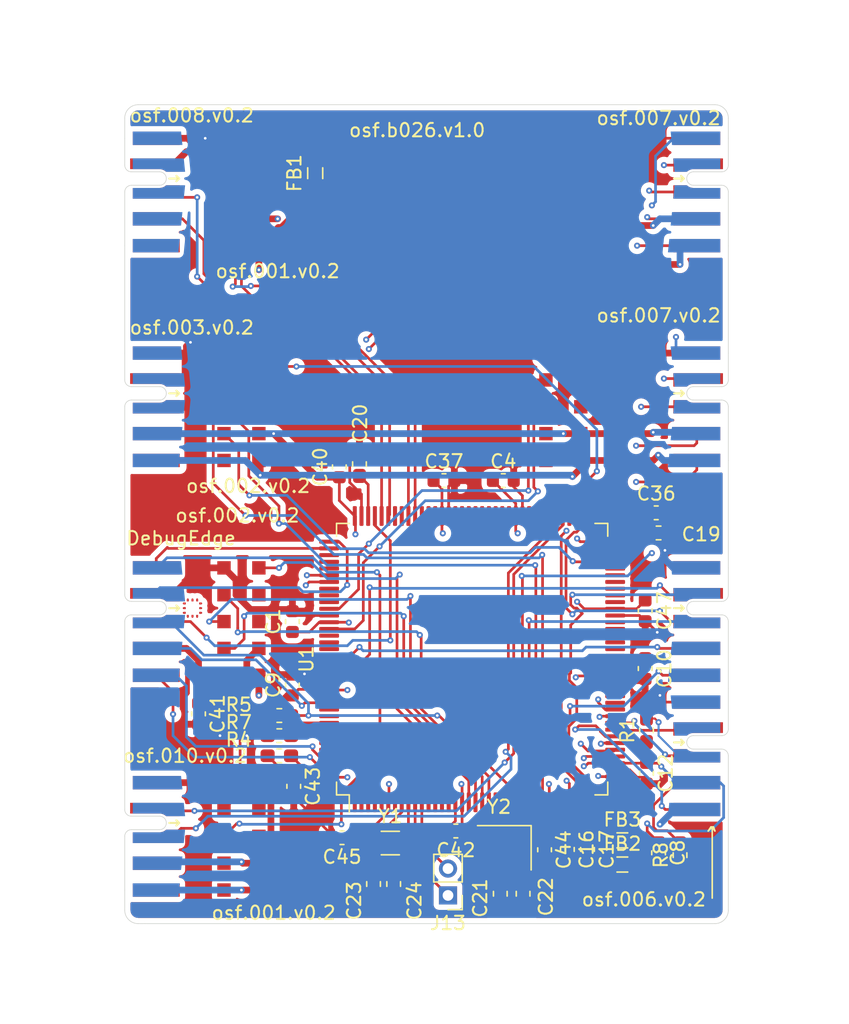
<source format=kicad_pcb>
(kicad_pcb (version 20171130) (host pcbnew "(5.1.9)-1")
  (layers (0 F.Cu signal) (1 In1.Cu signal) (2 In2.Cu signal) (31 B.Cu signal) (34 B.Paste user) (35 F.Paste user) (36 B.SilkS user) (37 F.SilkS user) (38 B.Mask user) (39 F.Mask user) (44 Edge.Cuts user))
  (net 0 "")
  (net 1 GND)
  (net 2 +3V3)
  (net 3 "Net-(C19-Pad1)")
  (net 4 "Net-(C20-Pad1)")
  (net 5 "Net-(C21-Pad1)")
  (net 6 "Net-(C22-Pad1)")
  (net 7 "Net-(C23-Pad1)")
  (net 8 "Net-(C24-Pad1)")
  (net 9 /uC/D+)
  (net 10 /uC/D-)
  (net 11 "Net-(R4-Pad1)")
  (net 12 +5V)
  (net 13 /uC/vref+)
  (net 14 /uC/nrst)
  (net 15 /uC/TRACED1)
  (net 16 /uC/tms)
  (net 17 /uC/tck)
  (net 18 /uC/TDI)
  (net 19 /uC/tdo)
  (net 20 /uC/TRACECLK)
  (net 21 /uC/TRACED0)
  (net 22 /uC/AD8)
  (net 23 /uC/AD9)
  (net 24 /uC/AD3)
  (net 25 /uC/AD5)
  (net 26 /uC/AD6)
  (net 27 /uC/AD4)
  (net 28 /uC/AD0)
  (net 29 /uC/AD10)
  (net 30 /uC/I2C1_SCL)
  (net 31 /uC/SPI2_SCK)
  (net 32 /uC/SPI5_SCK)
  (net 33 /uC/SPI5_MISO)
  (net 34 /uC/SPI5_MOSI)
  (net 35 /uC/I2C3_SCL)
  (net 36 "Net-(FB1-Pad2)")
  (net 37 /uC/SPI2_MOSI)
  (net 38 /uC/SPI2_MISO)
  (net 39 /uC/I2C2_SCL)
  (net 40 /uC/I2C2_SDA)
  (net 41 /uC/RXD0)
  (net 42 /uC/CRS_DV)
  (net 43 /uC/RXD1)
  (net 44 /uC/REF_CLK)
  (net 45 /uC/TX_EN)
  (net 46 /uC/MDIO)
  (net 47 /uC/MDC)
  (net 48 /uC/TXD1)
  (net 49 /uC/TXD0)
  (net 50 "Net-(R7-Pad2)")
  (net 51 /uC/RX_ER)
  (net 52 /uC/CAN_TX)
  (net 53 /uC/CAN_RX)
  (net 54 /uC/UART3_TX)
  (net 55 /uC/UART3_RX)
  (net 56 /uC/UART2_TX)
  (net 57 /uC/UART2_RX)
  (net 58 /uC/SPI2_CS)
  (net 59 /uC/SPI5_CS)
  (net 60 /uC/GNDA)
  (net 61 "Net-(J12-Pad18)")
  (net 62 /uC/I2C1_SDA)
  (net 63 /uC/I2C3_SDA)
  (module Resistor_SMD:R_0603_1608Metric_Pad1.05x0.95mm_HandSolder (layer F.Cu) (at 115.9 121.1 90)
    (fp_text reference R1 (at 0 -1.43 90) (layer F.SilkS))
    (fp_text value 10k)
    (pad 2 smd roundrect (at 0.875 0 90) (size 1.05 0.95) (layers F.Cu F.Paste F.Mask) (net 61 "Net-(J12-Pad18)"))
    (pad 1 smd roundrect (at -0.875 0 90) (size 1.05 0.95) (layers F.Cu F.Paste F.Mask) (net 2 +3V3))
  )
  (module Inductor_SMD:L_0805_2012Metric (layer F.Cu) (at 91.2 79.6 90)
    (fp_text reference FB1 (at 0 -1.55 90) (layer F.SilkS))
    (fp_text value " FCM1608KF-601T03 TypeA")
    (pad 2 smd roundrect (at 1.0625 0 90) (size 0.875 1.2) (layers F.Cu F.Paste F.Mask) (net 36 "Net-(FB1-Pad2)"))
    (pad 1 smd roundrect (at -1.0625 0 90) (size 0.875 1.2) (layers F.Cu F.Paste F.Mask) (net 12 +5V))
  )
  (module on_edge:on_edge_2x05_up_host (layer F.Cu) (at 112 81 270)
    (fp_text reference J14)
    (fp_text value 012_CAN)
    (pad 2 smd rect (at -2 3.6 270) (size 1 1) (layers F.Cu F.Mask) (net 53 /uC/CAN_RX))
    (pad 3 smd rect (at 0 3.6 270) (size 1 1) (layers F.Cu F.Mask) (net 52 /uC/CAN_TX))
    (pad 8 smd rect (at 0 1 90) (size 1 1) (layers F.Cu F.Mask))
    (pad 7 smd rect (at -2 1 90) (size 1 1) (layers F.Cu F.Mask))
    (pad 4 smd rect (at 2 3.6 270) (size 1 1) (layers F.Cu F.Mask))
    (pad 10 smd rect (at 4 1 90) (size 1 1) (layers F.Cu F.Mask) (net 12 +5V))
    (pad 9 smd rect (at 2 1 90) (size 1 1) (layers F.Cu F.Mask) (net 2 +3V3))
    (pad 6 smd rect (at -4 1 90) (size 1 1) (layers F.Cu F.Mask))
    (pad 5 smd rect (at 4 3.6 270) (size 1 1) (layers F.Cu F.Mask))
    (pad 1 smd rect (at -4 3.6 270) (size 1 1) (layers F.Cu F.Mask))
  )
  (module Connector_PinHeader_2.00mm:PinHeader_1x02_P2.00mm_Vertical (layer F.Cu) (at 101.1 133.4 180)
    (fp_text reference J13 (at 0 -2.06) (layer F.SilkS))
    (fp_text value Conn_01x02_Male)
    (pad 2 thru_hole oval (at 0 2 180) (size 1.35 1.35) (drill 0.8) (layers *.Cu *.Mask) (net 39 /uC/I2C2_SCL))
    (pad 1 thru_hole rect (at 0 0 180) (size 1.35 1.35) (drill 0.8) (layers *.Cu *.Mask) (net 40 /uC/I2C2_SDA))
  )
  (module on_edge:on_edge_2x05_up_host (layer F.Cu) (at 112 97 270)
    (fp_text reference J6)
    (fp_text value 010_UART)
    (pad 2 smd rect (at -2 3.6 270) (size 1 1) (layers F.Cu F.Mask) (net 56 /uC/UART2_TX))
    (pad 3 smd rect (at 0 3.6 270) (size 1 1) (layers F.Cu F.Mask) (net 57 /uC/UART2_RX))
    (pad 8 smd rect (at 0 1 90) (size 1 1) (layers F.Cu F.Mask))
    (pad 7 smd rect (at -2 1 90) (size 1 1) (layers F.Cu F.Mask))
    (pad 4 smd rect (at 2 3.6 270) (size 1 1) (layers F.Cu F.Mask))
    (pad 10 smd rect (at 4 1 90) (size 1 1) (layers F.Cu F.Mask) (net 12 +5V))
    (pad 9 smd rect (at 2 1 90) (size 1 1) (layers F.Cu F.Mask) (net 2 +3V3))
    (pad 6 smd rect (at -4 1 90) (size 1 1) (layers F.Cu F.Mask))
    (pad 5 smd rect (at 4 3.6 270) (size 1 1) (layers F.Cu F.Mask))
    (pad 1 smd rect (at -4 3.6 270) (size 1 1) (layers F.Cu F.Mask) (net 1 GND))
  )
  (module on_edge:on_edge_2x05_up_host (layer F.Cu) (at 88 113 270)
    (fp_text reference J11)
    (fp_text value 002_SPI_2x5)
    (pad 2 smd rect (at -2 3.6 270) (size 1 1) (layers F.Cu F.Mask) (net 34 /uC/SPI5_MOSI))
    (pad 3 smd rect (at 0 3.6 270) (size 1 1) (layers F.Cu F.Mask) (net 33 /uC/SPI5_MISO))
    (pad 8 smd rect (at 0 1 90) (size 1 1) (layers F.Cu F.Mask))
    (pad 7 smd rect (at -2 1 90) (size 1 1) (layers F.Cu F.Mask))
    (pad 4 smd rect (at 2 3.6 270) (size 1 1) (layers F.Cu F.Mask) (net 32 /uC/SPI5_SCK))
    (pad 10 smd rect (at 4 1 90) (size 1 1) (layers F.Cu F.Mask) (net 12 +5V))
    (pad 9 smd rect (at 2 1 90) (size 1 1) (layers F.Cu F.Mask) (net 2 +3V3))
    (pad 6 smd rect (at -4 1 90) (size 1 1) (layers F.Cu F.Mask) (net 59 /uC/SPI5_CS))
    (pad 5 smd rect (at 4 3.6 270) (size 1 1) (layers F.Cu F.Mask))
    (pad 1 smd rect (at -4 3.6 270) (size 1 1) (layers F.Cu F.Mask) (net 1 GND))
  )
  (module on_edge:on_edge_2x05_up_host (layer F.Cu) (at 88.1 81 270)
    (fp_text reference J10)
    (fp_text value 001_I2C_2x5)
    (pad 2 smd rect (at -2 3.6 270) (size 1 1) (layers F.Cu F.Mask) (net 35 /uC/I2C3_SCL))
    (pad 3 smd rect (at 0 3.6 270) (size 1 1) (layers F.Cu F.Mask) (net 63 /uC/I2C3_SDA))
    (pad 8 smd rect (at 0 1 90) (size 1 1) (layers F.Cu F.Mask))
    (pad 7 smd rect (at -2 1 90) (size 1 1) (layers F.Cu F.Mask))
    (pad 4 smd rect (at 2 3.6 270) (size 1 1) (layers F.Cu F.Mask))
    (pad 10 smd rect (at 4 1 90) (size 1 1) (layers F.Cu F.Mask) (net 12 +5V))
    (pad 9 smd rect (at 2 1 90) (size 1 1) (layers F.Cu F.Mask) (net 2 +3V3))
    (pad 6 smd rect (at -4 1 90) (size 1 1) (layers F.Cu F.Mask))
    (pad 5 smd rect (at 4 3.6 270) (size 1 1) (layers F.Cu F.Mask))
    (pad 1 smd rect (at -4 3.6 270) (size 1 1) (layers F.Cu F.Mask) (net 1 GND))
  )
  (module on_edge:on_edge_2x05_up_host (layer F.Cu) (at 88 97 270)
    (fp_text reference J9)
    (fp_text value 002_SPI_2x5)
    (pad 2 smd rect (at -2 3.6 270) (size 1 1) (layers F.Cu F.Mask) (net 37 /uC/SPI2_MOSI))
    (pad 3 smd rect (at 0 3.6 270) (size 1 1) (layers F.Cu F.Mask) (net 38 /uC/SPI2_MISO))
    (pad 8 smd rect (at 0 1 90) (size 1 1) (layers F.Cu F.Mask))
    (pad 7 smd rect (at -2 1 90) (size 1 1) (layers F.Cu F.Mask))
    (pad 4 smd rect (at 2 3.6 270) (size 1 1) (layers F.Cu F.Mask) (net 31 /uC/SPI2_SCK))
    (pad 10 smd rect (at 4 1 90) (size 1 1) (layers F.Cu F.Mask) (net 12 +5V))
    (pad 9 smd rect (at 2 1 90) (size 1 1) (layers F.Cu F.Mask) (net 2 +3V3))
    (pad 6 smd rect (at -4 1 90) (size 1 1) (layers F.Cu F.Mask) (net 58 /uC/SPI2_CS))
    (pad 5 smd rect (at 4 3.6 270) (size 1 1) (layers F.Cu F.Mask))
    (pad 1 smd rect (at -4 3.6 270) (size 1 1) (layers F.Cu F.Mask) (net 1 GND))
  )
  (module on_edge:on_edge_2x05_up_host (layer F.Cu) (at 88 129 270)
    (fp_text reference J8)
    (fp_text value 001_I2C_2x5)
    (pad 2 smd rect (at -2 3.6 270) (size 1 1) (layers F.Cu F.Mask) (net 30 /uC/I2C1_SCL))
    (pad 3 smd rect (at 0 3.6 270) (size 1 1) (layers F.Cu F.Mask) (net 62 /uC/I2C1_SDA))
    (pad 8 smd rect (at 0 1 90) (size 1 1) (layers F.Cu F.Mask))
    (pad 7 smd rect (at -2 1 90) (size 1 1) (layers F.Cu F.Mask))
    (pad 4 smd rect (at 2 3.6 270) (size 1 1) (layers F.Cu F.Mask))
    (pad 10 smd rect (at 4 1 90) (size 1 1) (layers F.Cu F.Mask) (net 12 +5V))
    (pad 9 smd rect (at 2 1 90) (size 1 1) (layers F.Cu F.Mask) (net 2 +3V3))
    (pad 6 smd rect (at -4 1 90) (size 1 1) (layers F.Cu F.Mask))
    (pad 5 smd rect (at 4 3.6 270) (size 1 1) (layers F.Cu F.Mask))
    (pad 1 smd rect (at -4 3.6 270) (size 1 1) (layers F.Cu F.Mask) (net 1 GND))
  )
  (module on_edge:on_edge_2x05_device (layer F.Cu) (at 77 129 270)
    (fp_text reference J4)
    (fp_text value 010_UART)
    (fp_line (start 0 0) (end 4 0) (layer Edge.Cuts) (width 0.05))
    (fp_line (start -4 0) (end -2 0) (layer Edge.Cuts) (width 0.05))
    (fp_line (start -0.5 -0.5) (end -0.5 -2.6) (layer Edge.Cuts) (width 0.05))
    (fp_line (start -1.5 -2.6) (end -1.5 -0.5) (layer Edge.Cuts) (width 0.05))
    (fp_arc (start -2 -0.5) (end -2 0) (angle -90) (layer Edge.Cuts) (width 0.05))
    (fp_arc (start 0 -0.5) (end -0.5 -0.5) (angle -90) (layer Edge.Cuts) (width 0.05))
    (fp_arc (start -1 -2.6) (end -0.5 -2.6) (angle -180) (layer Edge.Cuts) (width 0.05))
    (pad 2 smd custom (at -2 -3.6 270) (size 1 1) (layers F.Cu F.Mask) (net 54 /uC/UART3_TX) (options (clearance outline) (anchor rect)) (primitives (gr_poly (pts (xy 0.3 1) (xy 0.31 0.89) (xy 0.33 0.81) (xy 0.35 0.75) (xy 0.37 0.7) (xy 0.4 0.65) (xy 0.44 0.59) (xy 0.48 0.54) (xy 0.5 0.52) (xy 0.5 -0.5) (xy -0.5 -0.5) (xy -0.5 3.2) (xy 0.3 3.2)) (width 0))))
    (pad 3 smd custom (at 0 -3.6 270) (size 1 1) (layers F.Cu F.Mask) (net 55 /uC/UART3_RX) (options (clearance outline) (anchor rect)) (primitives (gr_poly (pts (xy -0.3 1) (xy -0.31 0.89) (xy -0.33 0.81) (xy -0.35 0.75) (xy -0.37 0.7) (xy -0.4 0.65) (xy -0.44 0.59) (xy -0.48 0.54) (xy -0.5 0.52) (xy -0.5 -0.5) (xy 0.5 -0.5) (xy 0.5 3) (xy -0.3 3)) (width 0))))
    (pad 8 smd custom (at 0 -2.1 270) (size 0.4 0.4) (layers B.Cu B.Mask) (options (clearance outline) (anchor rect)) (primitives (gr_poly (pts (xy -0.3 -0.51) (xy -0.31 -0.62) (xy -0.33 -0.7) (xy -0.35 -0.76) (xy -0.37 -0.81) (xy -0.4 -0.86) (xy -0.44 -0.92) (xy -0.48 -0.97) (xy -0.5 -0.99) (xy -0.5 -2.4) (xy 0.5 -2.3) (xy 0.5 1.5) (xy -0.3 1.5)) (width 0))))
    (pad 7 smd custom (at -2 -2.1 270) (size 0.4 0.4) (layers B.Cu B.Mask) (options (clearance outline) (anchor rect)) (primitives (gr_poly (pts (xy 0.3 -0.51) (xy 0.31 -0.62) (xy 0.33 -0.7) (xy 0.35 -0.76) (xy 0.37 -0.81) (xy 0.4 -0.86) (xy 0.44 -0.92) (xy 0.48 -0.97) (xy 0.5 -0.99) (xy 0.5 -2.4) (xy -0.5 -2.3) (xy -0.5 1.5) (xy 0.3 1.5)) (width 0))))
    (pad 10 smd custom (at 4 -2.3 270) (size 1 3.4) (layers B.Cu B.Mask) (net 12 +5V) (options (clearance outline) (anchor rect)) (primitives (gr_poly (pts (xy -0.5 -1.7) (xy -0.5 -1.8) (xy 0.5 -1.7)) (width 0))))
    (pad 9 smd custom (at 2 -2.4 270) (size 1 3.6) (layers B.Cu B.Mask) (net 2 +3V3) (options (clearance outline) (anchor rect)) (primitives (gr_poly (pts (xy -0.5 -1.8) (xy -0.5 -1.9) (xy 0.5 -1.8)) (width 0))))
    (pad 6 smd custom (at -4 -2.4 270) (size 1 3.6) (layers B.Cu B.Mask) (options (clearance outline) (anchor rect)) (primitives (gr_poly (pts (xy 0.5 -1.8) (xy 0.5 -1.9) (xy -0.5 -1.8)) (width 0))))
    (pad 5 smd rect (at 4 -2.35 90) (size 1 3.5) (layers F.Cu F.Mask))
    (pad 1 smd rect (at -4 -2.35 90) (size 1 3.5) (layers F.Cu F.Mask) (net 1 GND))
    (pad 4 smd rect (at 2 -2.35 90) (size 1 3.5) (layers F.Cu F.Mask))
  )
  (module Inductor_SMD:L_0805_2012Metric (layer F.Cu) (at 114.1 129.3)
    (fp_text reference FB3 (at 0 -1.55) (layer F.SilkS))
    (fp_text value " FCM1608KF-601T03 TypeA")
    (pad 2 smd roundrect (at 1.0625 0) (size 0.875 1.2) (layers F.Cu F.Paste F.Mask) (net 2 +3V3))
    (pad 1 smd roundrect (at -1.0625 0) (size 0.875 1.2) (layers F.Cu F.Paste F.Mask) (net 13 /uC/vref+))
  )
  (module Inductor_SMD:L_0805_2012Metric (layer F.Cu) (at 114.1 131.1)
    (fp_text reference FB2 (at 0 -1.55) (layer F.SilkS))
    (fp_text value " FCM1608KF-601T03 TypeA")
    (pad 2 smd roundrect (at 1.0625 0) (size 0.875 1.2) (layers F.Cu F.Paste F.Mask) (net 1 GND))
    (pad 1 smd roundrect (at -1.0625 0) (size 0.875 1.2) (layers F.Cu F.Paste F.Mask) (net 60 /uC/GNDA))
  )
  (module Capacitor_SMD:C_0603_1608Metric (layer F.Cu) (at 115.8 112.2 270)
    (fp_text reference C47 (at 0 -1.43 90) (layer F.SilkS))
    (fp_text value 100nF)
    (pad 2 smd roundrect (at 0.775 0 270) (size 0.9 0.95) (layers F.Cu F.Paste F.Mask) (net 1 GND))
    (pad 1 smd roundrect (at -0.775 0 270) (size 0.9 0.95) (layers F.Cu F.Paste F.Mask) (net 2 +3V3))
  )
  (module Capacitor_SMD:C_0603_1608Metric (layer F.Cu) (at 93.2 129.1 180)
    (fp_text reference C45 (at 0 -1.43 180) (layer F.SilkS))
    (fp_text value 100nF)
    (pad 2 smd roundrect (at 0.775 0 180) (size 0.9 0.95) (layers F.Cu F.Paste F.Mask) (net 1 GND))
    (pad 1 smd roundrect (at -0.775 0 180) (size 0.9 0.95) (layers F.Cu F.Paste F.Mask) (net 2 +3V3))
  )
  (module Capacitor_SMD:C_0603_1608Metric (layer F.Cu) (at 108.3 130 270)
    (fp_text reference C44 (at 0 -1.43 90) (layer F.SilkS))
    (fp_text value 100nF)
    (pad 2 smd roundrect (at 0.775 0 270) (size 0.9 0.95) (layers F.Cu F.Paste F.Mask) (net 1 GND))
    (pad 1 smd roundrect (at -0.775 0 270) (size 0.9 0.95) (layers F.Cu F.Paste F.Mask) (net 2 +3V3))
  )
  (module Capacitor_SMD:C_0603_1608Metric (layer F.Cu) (at 89.6 125.275 270)
    (fp_text reference C43 (at 0 -1.43 90) (layer F.SilkS))
    (fp_text value 1uF)
    (pad 2 smd roundrect (at 0.775 0 270) (size 0.9 0.95) (layers F.Cu F.Paste F.Mask) (net 1 GND))
    (pad 1 smd roundrect (at -0.775 0 270) (size 0.9 0.95) (layers F.Cu F.Paste F.Mask) (net 2 +3V3))
  )
  (module Capacitor_SMD:C_0603_1608Metric (layer F.Cu) (at 101.685 128.6 180)
    (fp_text reference C42 (at 0 -1.43) (layer F.SilkS))
    (fp_text value 100nF)
    (pad 2 smd roundrect (at 0.775 0 180) (size 0.9 0.95) (layers F.Cu F.Paste F.Mask) (net 1 GND))
    (pad 1 smd roundrect (at -0.775 0 180) (size 0.9 0.95) (layers F.Cu F.Paste F.Mask) (net 2 +3V3))
  )
  (module Capacitor_SMD:C_0603_1608Metric (layer F.Cu) (at 82.5 119.875 270)
    (fp_text reference C41 (at 0 -1.43 90) (layer F.SilkS))
    (fp_text value 1uF)
    (pad 2 smd roundrect (at 0.775 0 270) (size 0.9 0.95) (layers F.Cu F.Paste F.Mask) (net 1 GND))
    (pad 1 smd roundrect (at -0.775 0 270) (size 0.9 0.95) (layers F.Cu F.Paste F.Mask) (net 2 +3V3))
  )
  (module Capacitor_SMD:C_0603_1608Metric (layer F.Cu) (at 93 101.475 90)
    (fp_text reference C40 (at 0 -1.43 90) (layer F.SilkS))
    (fp_text value 100nF)
    (pad 2 smd roundrect (at 0.775 0 90) (size 0.9 0.95) (layers F.Cu F.Paste F.Mask) (net 1 GND))
    (pad 1 smd roundrect (at -0.775 0 90) (size 0.9 0.95) (layers F.Cu F.Paste F.Mask) (net 2 +3V3))
  )
  (module Capacitor_SMD:C_0603_1608Metric (layer F.Cu) (at 100.8 102.5)
    (fp_text reference C37 (at 0 -1.43) (layer F.SilkS))
    (fp_text value 100nF)
    (pad 2 smd roundrect (at 0.775 0) (size 0.9 0.95) (layers F.Cu F.Paste F.Mask) (net 1 GND))
    (pad 1 smd roundrect (at -0.775 0) (size 0.9 0.95) (layers F.Cu F.Paste F.Mask) (net 2 +3V3))
  )
  (module Capacitor_SMD:C_0603_1608Metric (layer F.Cu) (at 116.625 104.9)
    (fp_text reference C36 (at 0 -1.43) (layer F.SilkS))
    (fp_text value 100nF)
    (pad 2 smd roundrect (at 0.775 0) (size 0.9 0.95) (layers F.Cu F.Paste F.Mask) (net 1 GND))
    (pad 1 smd roundrect (at -0.775 0) (size 0.9 0.95) (layers F.Cu F.Paste F.Mask) (net 2 +3V3))
  )
  (module Capacitor_SMD:C_0603_1608Metric (layer F.Cu) (at 111.5 129.975 270)
    (fp_text reference C17 (at 0 -1.43 90) (layer F.SilkS))
    (fp_text value 1uF)
    (pad 2 smd roundrect (at 0.775 0 270) (size 0.9 0.95) (layers F.Cu F.Paste F.Mask) (net 60 /uC/GNDA))
    (pad 1 smd roundrect (at -0.775 0 270) (size 0.9 0.95) (layers F.Cu F.Paste F.Mask) (net 13 /uC/vref+))
  )
  (module Capacitor_SMD:C_0603_1608Metric (layer F.Cu) (at 110 129.975 270)
    (fp_text reference C16 (at 0 -1.43 90) (layer F.SilkS))
    (fp_text value 1uF)
    (pad 2 smd roundrect (at 0.775 0 270) (size 0.9 0.95) (layers F.Cu F.Paste F.Mask) (net 60 /uC/GNDA))
    (pad 1 smd roundrect (at -0.775 0 270) (size 0.9 0.95) (layers F.Cu F.Paste F.Mask) (net 13 /uC/vref+))
  )
  (module Capacitor_SMD:C_0603_1608Metric (layer F.Cu) (at 115.9 124.3 270)
    (fp_text reference C12 (at 0 -1.43 90) (layer F.SilkS))
    (fp_text value 100nF)
    (pad 2 smd roundrect (at 0.775 0 270) (size 0.9 0.95) (layers F.Cu F.Paste F.Mask) (net 1 GND))
    (pad 1 smd roundrect (at -0.775 0 270) (size 0.9 0.95) (layers F.Cu F.Paste F.Mask) (net 2 +3V3))
  )
  (module Capacitor_SMD:C_0603_1608Metric (layer F.Cu) (at 115.8 116.5 270)
    (fp_text reference C10 (at 0 -1.43 90) (layer F.SilkS))
    (fp_text value 100nF)
    (pad 2 smd roundrect (at 0.775 0 270) (size 0.9 0.95) (layers F.Cu F.Paste F.Mask) (net 1 GND))
    (pad 1 smd roundrect (at -0.775 0 270) (size 0.9 0.95) (layers F.Cu F.Paste F.Mask) (net 2 +3V3))
  )
  (module Capacitor_SMD:C_0603_1608Metric (layer F.Cu) (at 89.5 117.725 90)
    (fp_text reference C9 (at 0 -1.43 90) (layer F.SilkS))
    (fp_text value 100nF)
    (pad 2 smd roundrect (at 0.775 0 90) (size 0.9 0.95) (layers F.Cu F.Paste F.Mask) (net 1 GND))
    (pad 1 smd roundrect (at -0.775 0 90) (size 0.9 0.95) (layers F.Cu F.Paste F.Mask) (net 2 +3V3))
  )
  (module Capacitor_SMD:C_0603_1608Metric (layer F.Cu) (at 116.8 130.225 270)
    (fp_text reference C8 (at 0 -1.43 270) (layer F.SilkS))
    (fp_text value 1uF)
    (pad 2 smd roundrect (at 0.775 0 270) (size 0.9 0.95) (layers F.Cu F.Paste F.Mask) (net 1 GND))
    (pad 1 smd roundrect (at -0.775 0 270) (size 0.9 0.95) (layers F.Cu F.Paste F.Mask) (net 2 +3V3))
  )
  (module Capacitor_SMD:C_0603_1608Metric (layer F.Cu) (at 105.225 102.5)
    (fp_text reference C4 (at 0 -1.43) (layer F.SilkS))
    (fp_text value 100nF)
    (pad 2 smd roundrect (at 0.775 0) (size 0.9 0.95) (layers F.Cu F.Paste F.Mask) (net 1 GND))
    (pad 1 smd roundrect (at -0.775 0) (size 0.9 0.95) (layers F.Cu F.Paste F.Mask) (net 2 +3V3))
  )
  (module Capacitor_SMD:C_0603_1608Metric (layer F.Cu) (at 89.5 113 90)
    (fp_text reference C1 (at 0 -1.43 90) (layer F.SilkS))
    (fp_text value 100nF)
    (pad 2 smd roundrect (at 0.775 0 90) (size 0.9 0.95) (layers F.Cu F.Paste F.Mask) (net 1 GND))
    (pad 1 smd roundrect (at -0.775 0 90) (size 0.9 0.95) (layers F.Cu F.Paste F.Mask) (net 2 +3V3))
  )
  (module Package_QFP:LQFP-144_20x20mm_P0.5mm (layer F.Cu) (at 102.9 115.8 90)
    (fp_text reference U1 (at 0 -12.35 90) (layer F.SilkS))
    (fp_text value STM32F767ZITx)
    (pad 144 smd roundrect (at -8.75 -10.6625 90) (size 0.3 1.475) (layers F.Cu F.Paste F.Mask) (net 2 +3V3))
    (pad 143 smd roundrect (at -8.25 -10.6625 90) (size 0.3 1.475) (layers F.Cu F.Paste F.Mask) (net 11 "Net-(R4-Pad1)"))
    (pad 142 smd roundrect (at -7.75 -10.6625 90) (size 0.3 1.475) (layers F.Cu F.Paste F.Mask) (net 21 /uC/TRACED0))
    (pad 141 smd roundrect (at -7.25 -10.6625 90) (size 0.3 1.475) (layers F.Cu F.Paste F.Mask) (net 15 /uC/TRACED1))
    (pad 140 smd roundrect (at -6.75 -10.6625 90) (size 0.3 1.475) (layers F.Cu F.Paste F.Mask))
    (pad 139 smd roundrect (at -6.25 -10.6625 90) (size 0.3 1.475) (layers F.Cu F.Paste F.Mask))
    (pad 138 smd roundrect (at -5.75 -10.6625 90) (size 0.3 1.475) (layers F.Cu F.Paste F.Mask) (net 50 "Net-(R7-Pad2)"))
    (pad 137 smd roundrect (at -5.25 -10.6625 90) (size 0.3 1.475) (layers F.Cu F.Paste F.Mask) (net 62 /uC/I2C1_SDA))
    (pad 136 smd roundrect (at -4.75 -10.6625 90) (size 0.3 1.475) (layers F.Cu F.Paste F.Mask) (net 30 /uC/I2C1_SCL))
    (pad 135 smd roundrect (at -4.25 -10.6625 90) (size 0.3 1.475) (layers F.Cu F.Paste F.Mask))
    (pad 134 smd roundrect (at -3.75 -10.6625 90) (size 0.3 1.475) (layers F.Cu F.Paste F.Mask))
    (pad 133 smd roundrect (at -3.25 -10.6625 90) (size 0.3 1.475) (layers F.Cu F.Paste F.Mask) (net 19 /uC/tdo))
    (pad 132 smd roundrect (at -2.75 -10.6625 90) (size 0.3 1.475) (layers F.Cu F.Paste F.Mask))
    (pad 131 smd roundrect (at -2.25 -10.6625 90) (size 0.3 1.475) (layers F.Cu F.Paste F.Mask) (net 2 +3V3))
    (pad 130 smd roundrect (at -1.75 -10.6625 90) (size 0.3 1.475) (layers F.Cu F.Paste F.Mask) (net 1 GND))
    (pad 129 smd roundrect (at -1.25 -10.6625 90) (size 0.3 1.475) (layers F.Cu F.Paste F.Mask))
    (pad 128 smd roundrect (at -0.75 -10.6625 90) (size 0.3 1.475) (layers F.Cu F.Paste F.Mask) (net 49 /uC/TXD0))
    (pad 127 smd roundrect (at -0.25 -10.6625 90) (size 0.3 1.475) (layers F.Cu F.Paste F.Mask))
    (pad 126 smd roundrect (at 0.25 -10.6625 90) (size 0.3 1.475) (layers F.Cu F.Paste F.Mask) (net 45 /uC/TX_EN))
    (pad 125 smd roundrect (at 0.75 -10.6625 90) (size 0.3 1.475) (layers F.Cu F.Paste F.Mask))
    (pad 124 smd roundrect (at 1.25 -10.6625 90) (size 0.3 1.475) (layers F.Cu F.Paste F.Mask))
    (pad 123 smd roundrect (at 1.75 -10.6625 90) (size 0.3 1.475) (layers F.Cu F.Paste F.Mask))
    (pad 122 smd roundrect (at 2.25 -10.6625 90) (size 0.3 1.475) (layers F.Cu F.Paste F.Mask) (net 57 /uC/UART2_RX))
    (pad 121 smd roundrect (at 2.75 -10.6625 90) (size 0.3 1.475) (layers F.Cu F.Paste F.Mask) (net 2 +3V3))
    (pad 120 smd roundrect (at 3.25 -10.6625 90) (size 0.3 1.475) (layers F.Cu F.Paste F.Mask) (net 1 GND))
    (pad 119 smd roundrect (at 3.75 -10.6625 90) (size 0.3 1.475) (layers F.Cu F.Paste F.Mask) (net 56 /uC/UART2_TX))
    (pad 118 smd roundrect (at 4.25 -10.6625 90) (size 0.3 1.475) (layers F.Cu F.Paste F.Mask))
    (pad 117 smd roundrect (at 4.75 -10.6625 90) (size 0.3 1.475) (layers F.Cu F.Paste F.Mask))
    (pad 116 smd roundrect (at 5.25 -10.6625 90) (size 0.3 1.475) (layers F.Cu F.Paste F.Mask))
    (pad 115 smd roundrect (at 5.75 -10.6625 90) (size 0.3 1.475) (layers F.Cu F.Paste F.Mask) (net 52 /uC/CAN_TX))
    (pad 114 smd roundrect (at 6.25 -10.6625 90) (size 0.3 1.475) (layers F.Cu F.Paste F.Mask) (net 53 /uC/CAN_RX))
    (pad 113 smd roundrect (at 6.75 -10.6625 90) (size 0.3 1.475) (layers F.Cu F.Paste F.Mask))
    (pad 112 smd roundrect (at 7.25 -10.6625 90) (size 0.3 1.475) (layers F.Cu F.Paste F.Mask))
    (pad 111 smd roundrect (at 7.75 -10.6625 90) (size 0.3 1.475) (layers F.Cu F.Paste F.Mask))
    (pad 110 smd roundrect (at 8.25 -10.6625 90) (size 0.3 1.475) (layers F.Cu F.Paste F.Mask) (net 18 /uC/TDI))
    (pad 109 smd roundrect (at 8.75 -10.6625 90) (size 0.3 1.475) (layers F.Cu F.Paste F.Mask) (net 17 /uC/tck))
    (pad 108 smd roundrect (at 10.6625 -8.75 90) (size 1.475 0.3) (layers F.Cu F.Paste F.Mask) (net 2 +3V3))
    (pad 107 smd roundrect (at 10.6625 -8.25 90) (size 1.475 0.3) (layers F.Cu F.Paste F.Mask) (net 1 GND))
    (pad 106 smd roundrect (at 10.6625 -7.75 90) (size 1.475 0.3) (layers F.Cu F.Paste F.Mask) (net 4 "Net-(C20-Pad1)"))
    (pad 105 smd roundrect (at 10.6625 -7.25 90) (size 1.475 0.3) (layers F.Cu F.Paste F.Mask) (net 16 /uC/tms))
    (pad 104 smd roundrect (at 10.6625 -6.75 90) (size 1.475 0.3) (layers F.Cu F.Paste F.Mask) (net 9 /uC/D+))
    (pad 103 smd roundrect (at 10.6625 -6.25 90) (size 1.475 0.3) (layers F.Cu F.Paste F.Mask) (net 10 /uC/D-))
    (pad 102 smd roundrect (at 10.6625 -5.75 90) (size 1.475 0.3) (layers F.Cu F.Paste F.Mask))
    (pad 101 smd roundrect (at 10.6625 -5.25 90) (size 1.475 0.3) (layers F.Cu F.Paste F.Mask))
    (pad 100 smd roundrect (at 10.6625 -4.75 90) (size 1.475 0.3) (layers F.Cu F.Paste F.Mask) (net 35 /uC/I2C3_SCL))
    (pad 99 smd roundrect (at 10.6625 -4.25 90) (size 1.475 0.3) (layers F.Cu F.Paste F.Mask) (net 63 /uC/I2C3_SDA))
    (pad 98 smd roundrect (at 10.6625 -3.75 90) (size 1.475 0.3) (layers F.Cu F.Paste F.Mask))
    (pad 97 smd roundrect (at 10.6625 -3.25 90) (size 1.475 0.3) (layers F.Cu F.Paste F.Mask))
    (pad 96 smd roundrect (at 10.6625 -2.75 90) (size 1.475 0.3) (layers F.Cu F.Paste F.Mask))
    (pad 95 smd roundrect (at 10.6625 -2.25 90) (size 1.475 0.3) (layers F.Cu F.Paste F.Mask) (net 2 +3V3))
    (pad 94 smd roundrect (at 10.6625 -1.75 90) (size 1.475 0.3) (layers F.Cu F.Paste F.Mask) (net 1 GND))
    (pad 93 smd roundrect (at 10.6625 -1.25 90) (size 1.475 0.3) (layers F.Cu F.Paste F.Mask))
    (pad 92 smd roundrect (at 10.6625 -0.75 90) (size 1.475 0.3) (layers F.Cu F.Paste F.Mask))
    (pad 91 smd roundrect (at 10.6625 -0.25 90) (size 1.475 0.3) (layers F.Cu F.Paste F.Mask))
    (pad 90 smd roundrect (at 10.6625 0.25 90) (size 1.475 0.3) (layers F.Cu F.Paste F.Mask))
    (pad 89 smd roundrect (at 10.6625 0.75 90) (size 1.475 0.3) (layers F.Cu F.Paste F.Mask))
    (pad 88 smd roundrect (at 10.6625 1.25 90) (size 1.475 0.3) (layers F.Cu F.Paste F.Mask))
    (pad 87 smd roundrect (at 10.6625 1.75 90) (size 1.475 0.3) (layers F.Cu F.Paste F.Mask))
    (pad 86 smd roundrect (at 10.6625 2.25 90) (size 1.475 0.3) (layers F.Cu F.Paste F.Mask))
    (pad 85 smd roundrect (at 10.6625 2.75 90) (size 1.475 0.3) (layers F.Cu F.Paste F.Mask))
    (pad 84 smd roundrect (at 10.6625 3.25 90) (size 1.475 0.3) (layers F.Cu F.Paste F.Mask) (net 2 +3V3))
    (pad 83 smd roundrect (at 10.6625 3.75 90) (size 1.475 0.3) (layers F.Cu F.Paste F.Mask) (net 1 GND))
    (pad 82 smd roundrect (at 10.6625 4.25 90) (size 1.475 0.3) (layers F.Cu F.Paste F.Mask))
    (pad 81 smd roundrect (at 10.6625 4.75 90) (size 1.475 0.3) (layers F.Cu F.Paste F.Mask))
    (pad 80 smd roundrect (at 10.6625 5.25 90) (size 1.475 0.3) (layers F.Cu F.Paste F.Mask))
    (pad 79 smd roundrect (at 10.6625 5.75 90) (size 1.475 0.3) (layers F.Cu F.Paste F.Mask))
    (pad 78 smd roundrect (at 10.6625 6.25 90) (size 1.475 0.3) (layers F.Cu F.Paste F.Mask) (net 55 /uC/UART3_RX))
    (pad 77 smd roundrect (at 10.6625 6.75 90) (size 1.475 0.3) (layers F.Cu F.Paste F.Mask) (net 54 /uC/UART3_TX))
    (pad 76 smd roundrect (at 10.6625 7.25 90) (size 1.475 0.3) (layers F.Cu F.Paste F.Mask))
    (pad 75 smd roundrect (at 10.6625 7.75 90) (size 1.475 0.3) (layers F.Cu F.Paste F.Mask))
    (pad 74 smd roundrect (at 10.6625 8.25 90) (size 1.475 0.3) (layers F.Cu F.Paste F.Mask) (net 48 /uC/TXD1))
    (pad 73 smd roundrect (at 10.6625 8.75 90) (size 1.475 0.3) (layers F.Cu F.Paste F.Mask) (net 58 /uC/SPI2_CS))
    (pad 72 smd roundrect (at 8.75 10.6625 90) (size 0.3 1.475) (layers F.Cu F.Paste F.Mask) (net 2 +3V3))
    (pad 71 smd roundrect (at 8.25 10.6625 90) (size 0.3 1.475) (layers F.Cu F.Paste F.Mask) (net 3 "Net-(C19-Pad1)"))
    (pad 70 smd roundrect (at 7.75 10.6625 90) (size 0.3 1.475) (layers F.Cu F.Paste F.Mask))
    (pad 69 smd roundrect (at 7.25 10.6625 90) (size 0.3 1.475) (layers F.Cu F.Paste F.Mask) (net 31 /uC/SPI2_SCK))
    (pad 68 smd roundrect (at 6.75 10.6625 90) (size 0.3 1.475) (layers F.Cu F.Paste F.Mask))
    (pad 67 smd roundrect (at 6.25 10.6625 90) (size 0.3 1.475) (layers F.Cu F.Paste F.Mask))
    (pad 66 smd roundrect (at 5.75 10.6625 90) (size 0.3 1.475) (layers F.Cu F.Paste F.Mask))
    (pad 65 smd roundrect (at 5.25 10.6625 90) (size 0.3 1.475) (layers F.Cu F.Paste F.Mask))
    (pad 64 smd roundrect (at 4.75 10.6625 90) (size 0.3 1.475) (layers F.Cu F.Paste F.Mask))
    (pad 63 smd roundrect (at 4.25 10.6625 90) (size 0.3 1.475) (layers F.Cu F.Paste F.Mask))
    (pad 62 smd roundrect (at 3.75 10.6625 90) (size 0.3 1.475) (layers F.Cu F.Paste F.Mask) (net 2 +3V3))
    (pad 61 smd roundrect (at 3.25 10.6625 90) (size 0.3 1.475) (layers F.Cu F.Paste F.Mask) (net 1 GND))
    (pad 60 smd roundrect (at 2.75 10.6625 90) (size 0.3 1.475) (layers F.Cu F.Paste F.Mask))
    (pad 59 smd roundrect (at 2.25 10.6625 90) (size 0.3 1.475) (layers F.Cu F.Paste F.Mask))
    (pad 58 smd roundrect (at 1.75 10.6625 90) (size 0.3 1.475) (layers F.Cu F.Paste F.Mask))
    (pad 57 smd roundrect (at 1.25 10.6625 90) (size 0.3 1.475) (layers F.Cu F.Paste F.Mask))
    (pad 56 smd roundrect (at 0.75 10.6625 90) (size 0.3 1.475) (layers F.Cu F.Paste F.Mask))
    (pad 55 smd roundrect (at 0.25 10.6625 90) (size 0.3 1.475) (layers F.Cu F.Paste F.Mask))
    (pad 54 smd roundrect (at -0.25 10.6625 90) (size 0.3 1.475) (layers F.Cu F.Paste F.Mask))
    (pad 53 smd roundrect (at -0.75 10.6625 90) (size 0.3 1.475) (layers F.Cu F.Paste F.Mask))
    (pad 52 smd roundrect (at -1.25 10.6625 90) (size 0.3 1.475) (layers F.Cu F.Paste F.Mask) (net 2 +3V3))
    (pad 51 smd roundrect (at -1.75 10.6625 90) (size 0.3 1.475) (layers F.Cu F.Paste F.Mask) (net 1 GND))
    (pad 50 smd roundrect (at -2.25 10.6625 90) (size 0.3 1.475) (layers F.Cu F.Paste F.Mask))
    (pad 49 smd roundrect (at -2.75 10.6625 90) (size 0.3 1.475) (layers F.Cu F.Paste F.Mask))
    (pad 48 smd roundrect (at -3.25 10.6625 90) (size 0.3 1.475) (layers F.Cu F.Paste F.Mask))
    (pad 47 smd roundrect (at -3.75 10.6625 90) (size 0.3 1.475) (layers F.Cu F.Paste F.Mask) (net 23 /uC/AD9))
    (pad 46 smd roundrect (at -4.25 10.6625 90) (size 0.3 1.475) (layers F.Cu F.Paste F.Mask) (net 22 /uC/AD8))
    (pad 45 smd roundrect (at -4.75 10.6625 90) (size 0.3 1.475) (layers F.Cu F.Paste F.Mask) (net 43 /uC/RXD1))
    (pad 44 smd roundrect (at -5.25 10.6625 90) (size 0.3 1.475) (layers F.Cu F.Paste F.Mask) (net 41 /uC/RXD0))
    (pad 43 smd roundrect (at -5.75 10.6625 90) (size 0.3 1.475) (layers F.Cu F.Paste F.Mask) (net 42 /uC/CRS_DV))
    (pad 42 smd roundrect (at -6.25 10.6625 90) (size 0.3 1.475) (layers F.Cu F.Paste F.Mask) (net 26 /uC/AD6))
    (pad 41 smd roundrect (at -6.75 10.6625 90) (size 0.3 1.475) (layers F.Cu F.Paste F.Mask) (net 25 /uC/AD5))
    (pad 40 smd roundrect (at -7.25 10.6625 90) (size 0.3 1.475) (layers F.Cu F.Paste F.Mask) (net 27 /uC/AD4))
    (pad 39 smd roundrect (at -7.75 10.6625 90) (size 0.3 1.475) (layers F.Cu F.Paste F.Mask) (net 2 +3V3))
    (pad 38 smd roundrect (at -8.25 10.6625 90) (size 0.3 1.475) (layers F.Cu F.Paste F.Mask) (net 1 GND))
    (pad 37 smd roundrect (at -8.75 10.6625 90) (size 0.3 1.475) (layers F.Cu F.Paste F.Mask) (net 24 /uC/AD3))
    (pad 36 smd roundrect (at -10.6625 8.75 90) (size 1.475 0.3) (layers F.Cu F.Paste F.Mask) (net 46 /uC/MDIO))
    (pad 35 smd roundrect (at -10.6625 8.25 90) (size 1.475 0.3) (layers F.Cu F.Paste F.Mask) (net 44 /uC/REF_CLK))
    (pad 34 smd roundrect (at -10.6625 7.75 90) (size 1.475 0.3) (layers F.Cu F.Paste F.Mask) (net 28 /uC/AD0))
    (pad 33 smd roundrect (at -10.6625 7.25 90) (size 1.475 0.3) (layers F.Cu F.Paste F.Mask) (net 13 /uC/vref+))
    (pad 32 smd roundrect (at -10.6625 6.75 90) (size 1.475 0.3) (layers F.Cu F.Paste F.Mask) (net 13 /uC/vref+))
    (pad 31 smd roundrect (at -10.6625 6.25 90) (size 1.475 0.3) (layers F.Cu F.Paste F.Mask) (net 60 /uC/GNDA))
    (pad 30 smd roundrect (at -10.6625 5.75 90) (size 1.475 0.3) (layers F.Cu F.Paste F.Mask) (net 2 +3V3))
    (pad 29 smd roundrect (at -10.6625 5.25 90) (size 1.475 0.3) (layers F.Cu F.Paste F.Mask) (net 37 /uC/SPI2_MOSI))
    (pad 28 smd roundrect (at -10.6625 4.75 90) (size 1.475 0.3) (layers F.Cu F.Paste F.Mask) (net 38 /uC/SPI2_MISO))
    (pad 27 smd roundrect (at -10.6625 4.25 90) (size 1.475 0.3) (layers F.Cu F.Paste F.Mask) (net 47 /uC/MDC))
    (pad 26 smd roundrect (at -10.6625 3.75 90) (size 1.475 0.3) (layers F.Cu F.Paste F.Mask) (net 29 /uC/AD10))
    (pad 25 smd roundrect (at -10.6625 3.25 90) (size 1.475 0.3) (layers F.Cu F.Paste F.Mask) (net 14 /uC/nrst))
    (pad 24 smd roundrect (at -10.6625 2.75 90) (size 1.475 0.3) (layers F.Cu F.Paste F.Mask) (net 6 "Net-(C22-Pad1)"))
    (pad 23 smd roundrect (at -10.6625 2.25 90) (size 1.475 0.3) (layers F.Cu F.Paste F.Mask) (net 5 "Net-(C21-Pad1)"))
    (pad 22 smd roundrect (at -10.6625 1.75 90) (size 1.475 0.3) (layers F.Cu F.Paste F.Mask))
    (pad 21 smd roundrect (at -10.6625 1.25 90) (size 1.475 0.3) (layers F.Cu F.Paste F.Mask) (net 34 /uC/SPI5_MOSI))
    (pad 20 smd roundrect (at -10.6625 0.75 90) (size 1.475 0.3) (layers F.Cu F.Paste F.Mask) (net 33 /uC/SPI5_MISO))
    (pad 19 smd roundrect (at -10.6625 0.25 90) (size 1.475 0.3) (layers F.Cu F.Paste F.Mask) (net 32 /uC/SPI5_SCK))
    (pad 18 smd roundrect (at -10.6625 -0.25 90) (size 1.475 0.3) (layers F.Cu F.Paste F.Mask) (net 59 /uC/SPI5_CS))
    (pad 17 smd roundrect (at -10.6625 -0.75 90) (size 1.475 0.3) (layers F.Cu F.Paste F.Mask) (net 2 +3V3))
    (pad 16 smd roundrect (at -10.6625 -1.25 90) (size 1.475 0.3) (layers F.Cu F.Paste F.Mask) (net 1 GND))
    (pad 15 smd roundrect (at -10.6625 -1.75 90) (size 1.475 0.3) (layers F.Cu F.Paste F.Mask))
    (pad 14 smd roundrect (at -10.6625 -2.25 90) (size 1.475 0.3) (layers F.Cu F.Paste F.Mask))
    (pad 13 smd roundrect (at -10.6625 -2.75 90) (size 1.475 0.3) (layers F.Cu F.Paste F.Mask))
    (pad 12 smd roundrect (at -10.6625 -3.25 90) (size 1.475 0.3) (layers F.Cu F.Paste F.Mask))
    (pad 11 smd roundrect (at -10.6625 -3.75 90) (size 1.475 0.3) (layers F.Cu F.Paste F.Mask) (net 39 /uC/I2C2_SCL))
    (pad 10 smd roundrect (at -10.6625 -4.25 90) (size 1.475 0.3) (layers F.Cu F.Paste F.Mask) (net 40 /uC/I2C2_SDA))
    (pad 9 smd roundrect (at -10.6625 -4.75 90) (size 1.475 0.3) (layers F.Cu F.Paste F.Mask) (net 8 "Net-(C24-Pad1)"))
    (pad 8 smd roundrect (at -10.6625 -5.25 90) (size 1.475 0.3) (layers F.Cu F.Paste F.Mask) (net 7 "Net-(C23-Pad1)"))
    (pad 7 smd roundrect (at -10.6625 -5.75 90) (size 1.475 0.3) (layers F.Cu F.Paste F.Mask))
    (pad 6 smd roundrect (at -10.6625 -6.25 90) (size 1.475 0.3) (layers F.Cu F.Paste F.Mask) (net 2 +3V3))
    (pad 5 smd roundrect (at -10.6625 -6.75 90) (size 1.475 0.3) (layers F.Cu F.Paste F.Mask))
    (pad 4 smd roundrect (at -10.6625 -7.25 90) (size 1.475 0.3) (layers F.Cu F.Paste F.Mask))
    (pad 3 smd roundrect (at -10.6625 -7.75 90) (size 1.475 0.3) (layers F.Cu F.Paste F.Mask))
    (pad 2 smd roundrect (at -10.6625 -8.25 90) (size 1.475 0.3) (layers F.Cu F.Paste F.Mask))
    (pad 1 smd roundrect (at -10.6625 -8.75 90) (size 1.475 0.3) (layers F.Cu F.Paste F.Mask) (net 20 /uC/TRACECLK))
  )
  (module on_edge:on_edge_2x05_host (layer F.Cu) (at 122 97 270)
    (fp_text reference J5)
    (fp_text value 007_ADC_2x5)
    (fp_line (start -1.5 0.5) (end -1.5 2.6) (layer Edge.Cuts) (width 0.05))
    (fp_line (start -0.5 2.6) (end -0.5 0.5) (layer Edge.Cuts) (width 0.05))
    (fp_line (start -4 0) (end -2 0) (layer Edge.Cuts) (width 0.05))
    (fp_line (start 0 0) (end 4 0) (layer Edge.Cuts) (width 0.05))
    (fp_arc (start 0 0.5) (end 0 0) (angle -90) (layer Edge.Cuts) (width 0.05))
    (fp_arc (start -2 0.5) (end -1.5 0.5) (angle -90) (layer Edge.Cuts) (width 0.05))
    (fp_arc (start -1 2.6) (end -1.5 2.6) (angle -180) (layer Edge.Cuts) (width 0.05))
    (pad 2 smd custom (at -2 3.6 270) (size 1 1) (layers F.Cu F.Mask) (net 13 /uC/vref+) (options (clearance outline) (anchor rect)) (primitives (gr_poly (pts (xy 0.3 -0.99) (xy 0.31 -0.88) (xy 0.33 -0.8) (xy 0.35 -0.74) (xy 0.37 -0.69) (xy 0.4 -0.64) (xy 0.44 -0.58) (xy 0.48 -0.53) (xy 0.5 -0.51) (xy 0.5 0.5) (xy -0.5 0.5) (xy -0.5 -3.2) (xy 0.3 -3.2)) (width 0))))
    (pad 3 smd custom (at 0 3.6 270) (size 1 1) (layers F.Cu F.Mask) (net 26 /uC/AD6) (options (clearance outline) (anchor rect)) (primitives (gr_poly (pts (xy -0.3 -0.99) (xy -0.31 -0.88) (xy -0.33 -0.8) (xy -0.35 -0.74) (xy -0.37 -0.69) (xy -0.4 -0.64) (xy -0.44 -0.58) (xy -0.48 -0.53) (xy -0.5 -0.51) (xy -0.5 0.5) (xy 0.5 0.5) (xy 0.5 -3) (xy -0.3 -3)) (width 0))))
    (pad 8 smd custom (at 0 2.1 90) (size 0.4 0.4) (layers B.Cu B.Mask) (options (clearance outline) (anchor rect)) (primitives (gr_poly (pts (xy 0.3 -0.51) (xy 0.31 -0.62) (xy 0.33 -0.7) (xy 0.35 -0.76) (xy 0.37 -0.81) (xy 0.4 -0.86) (xy 0.44 -0.92) (xy 0.48 -0.97) (xy 0.5 -0.99) (xy 0.5 -1.9) (xy -0.5 -2) (xy -0.5 1.5) (xy 0.3 1.5)) (width 0))))
    (pad 7 smd custom (at -2 2.1 90) (size 0.4 0.4) (layers B.Cu B.Mask) (options (clearance outline) (anchor rect)) (primitives (gr_poly (pts (xy -0.3 -0.51) (xy -0.31 -0.62) (xy -0.33 -0.7) (xy -0.35 -0.76) (xy -0.37 -0.81) (xy -0.4 -0.86) (xy -0.44 -0.92) (xy -0.48 -0.97) (xy -0.5 -0.99) (xy -0.5 -1.9) (xy 0.5 -2) (xy 0.5 1.5) (xy -0.3 1.5)) (width 0))))
    (pad 4 smd rect (at 2 2.35 270) (size 1 3.5) (layers F.Cu F.Mask) (net 22 /uC/AD8))
    (pad 10 smd custom (at 4 2.5 90) (size 1 3.8) (layers B.Cu B.Mask) (net 12 +5V) (options (clearance outline) (anchor rect)) (primitives (gr_poly (pts (xy 0.5 -1.9) (xy -0.5 -2) (xy -0.5 -1.9)) (width 0))))
    (pad 9 smd custom (at 2 2.4 90) (size 1 3.6) (layers B.Cu B.Mask) (net 2 +3V3) (options (clearance outline) (anchor rect)) (primitives (gr_poly (pts (xy 0.5 -1.8) (xy -0.5 -1.9) (xy -0.5 -1.8)) (width 0))))
    (pad 6 smd custom (at -4 2.4 90) (size 1 3.6) (layers B.Cu B.Mask) (net 29 /uC/AD10) (options (clearance outline) (anchor rect)) (primitives (gr_poly (pts (xy 0.5 -1.8) (xy 0.5 -1.9) (xy -0.5 -1.8)) (width 0))))
    (pad 5 smd rect (at 4 2.35 270) (size 1 3.5) (layers F.Cu F.Mask) (net 23 /uC/AD9))
    (pad 1 smd rect (at -4 2.35 270) (size 1 3.5) (layers F.Cu F.Mask) (net 1 GND))
  )
  (module on_edge:on_edge_2x05_host (layer F.Cu) (at 122 81 270)
    (fp_text reference J7)
    (fp_text value 007_ADC_2x5)
    (fp_line (start -1.5 0.5) (end -1.5 2.6) (layer Edge.Cuts) (width 0.05))
    (fp_line (start -0.5 2.6) (end -0.5 0.5) (layer Edge.Cuts) (width 0.05))
    (fp_line (start -4 0) (end -2 0) (layer Edge.Cuts) (width 0.05))
    (fp_line (start 0 0) (end 4 0) (layer Edge.Cuts) (width 0.05))
    (fp_arc (start 0 0.5) (end 0 0) (angle -90) (layer Edge.Cuts) (width 0.05))
    (fp_arc (start -2 0.5) (end -1.5 0.5) (angle -90) (layer Edge.Cuts) (width 0.05))
    (fp_arc (start -1 2.6) (end -1.5 2.6) (angle -180) (layer Edge.Cuts) (width 0.05))
    (pad 2 smd custom (at -2 3.6 270) (size 1 1) (layers F.Cu F.Mask) (net 13 /uC/vref+) (options (clearance outline) (anchor rect)) (primitives (gr_poly (pts (xy 0.3 -0.99) (xy 0.31 -0.88) (xy 0.33 -0.8) (xy 0.35 -0.74) (xy 0.37 -0.69) (xy 0.4 -0.64) (xy 0.44 -0.58) (xy 0.48 -0.53) (xy 0.5 -0.51) (xy 0.5 0.5) (xy -0.5 0.5) (xy -0.5 -3.2) (xy 0.3 -3.2)) (width 0))))
    (pad 3 smd custom (at 0 3.6 270) (size 1 1) (layers F.Cu F.Mask) (net 28 /uC/AD0) (options (clearance outline) (anchor rect)) (primitives (gr_poly (pts (xy -0.3 -0.99) (xy -0.31 -0.88) (xy -0.33 -0.8) (xy -0.35 -0.74) (xy -0.37 -0.69) (xy -0.4 -0.64) (xy -0.44 -0.58) (xy -0.48 -0.53) (xy -0.5 -0.51) (xy -0.5 0.5) (xy 0.5 0.5) (xy 0.5 -3) (xy -0.3 -3)) (width 0))))
    (pad 8 smd custom (at 0 2.1 90) (size 0.4 0.4) (layers B.Cu B.Mask) (options (clearance outline) (anchor rect)) (primitives (gr_poly (pts (xy 0.3 -0.51) (xy 0.31 -0.62) (xy 0.33 -0.7) (xy 0.35 -0.76) (xy 0.37 -0.81) (xy 0.4 -0.86) (xy 0.44 -0.92) (xy 0.48 -0.97) (xy 0.5 -0.99) (xy 0.5 -1.9) (xy -0.5 -2) (xy -0.5 1.5) (xy 0.3 1.5)) (width 0))))
    (pad 7 smd custom (at -2 2.1 90) (size 0.4 0.4) (layers B.Cu B.Mask) (options (clearance outline) (anchor rect)) (primitives (gr_poly (pts (xy -0.3 -0.51) (xy -0.31 -0.62) (xy -0.33 -0.7) (xy -0.35 -0.76) (xy -0.37 -0.81) (xy -0.4 -0.86) (xy -0.44 -0.92) (xy -0.48 -0.97) (xy -0.5 -0.99) (xy -0.5 -1.9) (xy 0.5 -2) (xy 0.5 1.5) (xy -0.3 1.5)) (width 0))))
    (pad 4 smd rect (at 2 2.35 270) (size 1 3.5) (layers F.Cu F.Mask) (net 24 /uC/AD3))
    (pad 10 smd custom (at 4 2.5 90) (size 1 3.8) (layers B.Cu B.Mask) (net 12 +5V) (options (clearance outline) (anchor rect)) (primitives (gr_poly (pts (xy 0.5 -1.9) (xy -0.5 -2) (xy -0.5 -1.9)) (width 0))))
    (pad 9 smd custom (at 2 2.4 90) (size 1 3.6) (layers B.Cu B.Mask) (net 2 +3V3) (options (clearance outline) (anchor rect)) (primitives (gr_poly (pts (xy 0.5 -1.8) (xy -0.5 -1.9) (xy -0.5 -1.8)) (width 0))))
    (pad 6 smd custom (at -4 2.4 90) (size 1 3.6) (layers B.Cu B.Mask) (net 25 /uC/AD5) (options (clearance outline) (anchor rect)) (primitives (gr_poly (pts (xy 0.5 -1.8) (xy 0.5 -1.9) (xy -0.5 -1.8)) (width 0))))
    (pad 5 smd rect (at 4 2.35 270) (size 1 3.5) (layers F.Cu F.Mask) (net 27 /uC/AD4))
    (pad 1 smd rect (at -4 2.35 270) (size 1 3.5) (layers F.Cu F.Mask) (net 1 GND))
  )
  (module on_edge:on_edge_2x05_device (layer F.Cu) (at 77 97 270)
    (fp_text reference J3)
    (fp_text value 003_power_2x2)
    (fp_line (start 0 0) (end 4 0) (layer Edge.Cuts) (width 0.05))
    (fp_line (start -4 0) (end -2 0) (layer Edge.Cuts) (width 0.05))
    (fp_line (start -0.5 -0.5) (end -0.5 -2.6) (layer Edge.Cuts) (width 0.05))
    (fp_line (start -1.5 -2.6) (end -1.5 -0.5) (layer Edge.Cuts) (width 0.05))
    (fp_arc (start -2 -0.5) (end -2 0) (angle -90) (layer Edge.Cuts) (width 0.05))
    (fp_arc (start 0 -0.5) (end -0.5 -0.5) (angle -90) (layer Edge.Cuts) (width 0.05))
    (fp_arc (start -1 -2.6) (end -0.5 -2.6) (angle -180) (layer Edge.Cuts) (width 0.05))
    (pad 2 smd custom (at -2 -3.6 270) (size 1 1) (layers F.Cu F.Mask) (net 1 GND) (options (clearance outline) (anchor rect)) (primitives (gr_poly (pts (xy 0.3 1) (xy 0.31 0.89) (xy 0.33 0.81) (xy 0.35 0.75) (xy 0.37 0.7) (xy 0.4 0.65) (xy 0.44 0.59) (xy 0.48 0.54) (xy 0.5 0.52) (xy 0.5 -0.5) (xy -0.5 -0.5) (xy -0.5 3.2) (xy 0.3 3.2)) (width 0))))
    (pad 3 smd custom (at 0 -3.6 270) (size 1 1) (layers F.Cu F.Mask) (net 1 GND) (options (clearance outline) (anchor rect)) (primitives (gr_poly (pts (xy -0.3 1) (xy -0.31 0.89) (xy -0.33 0.81) (xy -0.35 0.75) (xy -0.37 0.7) (xy -0.4 0.65) (xy -0.44 0.59) (xy -0.48 0.54) (xy -0.5 0.52) (xy -0.5 -0.5) (xy 0.5 -0.5) (xy 0.5 3) (xy -0.3 3)) (width 0))))
    (pad 8 smd custom (at 0 -2.1 270) (size 0.4 0.4) (layers B.Cu B.Mask) (options (clearance outline) (anchor rect)) (primitives (gr_poly (pts (xy -0.3 -0.51) (xy -0.31 -0.62) (xy -0.33 -0.7) (xy -0.35 -0.76) (xy -0.37 -0.81) (xy -0.4 -0.86) (xy -0.44 -0.92) (xy -0.48 -0.97) (xy -0.5 -0.99) (xy -0.5 -2.4) (xy 0.5 -2.3) (xy 0.5 1.5) (xy -0.3 1.5)) (width 0))))
    (pad 7 smd custom (at -2 -2.1 270) (size 0.4 0.4) (layers B.Cu B.Mask) (options (clearance outline) (anchor rect)) (primitives (gr_poly (pts (xy 0.3 -0.51) (xy 0.31 -0.62) (xy 0.33 -0.7) (xy 0.35 -0.76) (xy 0.37 -0.81) (xy 0.4 -0.86) (xy 0.44 -0.92) (xy 0.48 -0.97) (xy 0.5 -0.99) (xy 0.5 -2.4) (xy -0.5 -2.3) (xy -0.5 1.5) (xy 0.3 1.5)) (width 0))))
    (pad 10 smd custom (at 4 -2.3 270) (size 1 3.4) (layers B.Cu B.Mask) (net 12 +5V) (options (clearance outline) (anchor rect)) (primitives (gr_poly (pts (xy -0.5 -1.7) (xy -0.5 -1.8) (xy 0.5 -1.7)) (width 0))))
    (pad 9 smd custom (at 2 -2.4 270) (size 1 3.6) (layers B.Cu B.Mask) (net 2 +3V3) (options (clearance outline) (anchor rect)) (primitives (gr_poly (pts (xy -0.5 -1.8) (xy -0.5 -1.9) (xy 0.5 -1.8)) (width 0))))
    (pad 6 smd custom (at -4 -2.4 270) (size 1 3.6) (layers B.Cu B.Mask) (options (clearance outline) (anchor rect)) (primitives (gr_poly (pts (xy 0.5 -1.8) (xy 0.5 -1.9) (xy -0.5 -1.8)) (width 0))))
    (pad 5 smd rect (at 4 -2.35 90) (size 1 3.5) (layers F.Cu F.Mask) (net 1 GND))
    (pad 1 smd rect (at -4 -2.35 90) (size 1 3.5) (layers F.Cu F.Mask) (net 1 GND))
    (pad 4 smd rect (at 2 -2.35 90) (size 1 3.5) (layers F.Cu F.Mask) (net 1 GND))
  )
  (module on_edge:on_edge_2x05_device (layer F.Cu) (at 77 81 270)
    (fp_text reference J1)
    (fp_text value 008_USB_2x2)
    (fp_line (start 0 0) (end 4 0) (layer Edge.Cuts) (width 0.05))
    (fp_line (start -4 0) (end -2 0) (layer Edge.Cuts) (width 0.05))
    (fp_line (start -0.5 -0.5) (end -0.5 -2.6) (layer Edge.Cuts) (width 0.05))
    (fp_line (start -1.5 -2.6) (end -1.5 -0.5) (layer Edge.Cuts) (width 0.05))
    (fp_arc (start -2 -0.5) (end -2 0) (angle -90) (layer Edge.Cuts) (width 0.05))
    (fp_arc (start 0 -0.5) (end -0.5 -0.5) (angle -90) (layer Edge.Cuts) (width 0.05))
    (fp_arc (start -1 -2.6) (end -0.5 -2.6) (angle -180) (layer Edge.Cuts) (width 0.05))
    (pad 2 smd custom (at -2 -3.6 270) (size 1 1) (layers F.Cu F.Mask) (net 36 "Net-(FB1-Pad2)") (options (clearance outline) (anchor rect)) (primitives (gr_poly (pts (xy 0.3 1) (xy 0.31 0.89) (xy 0.33 0.81) (xy 0.35 0.75) (xy 0.37 0.7) (xy 0.4 0.65) (xy 0.44 0.59) (xy 0.48 0.54) (xy 0.5 0.52) (xy 0.5 -0.5) (xy -0.5 -0.5) (xy -0.5 3.2) (xy 0.3 3.2)) (width 0))))
    (pad 3 smd custom (at 0 -3.6 270) (size 1 1) (layers F.Cu F.Mask) (net 9 /uC/D+) (options (clearance outline) (anchor rect)) (primitives (gr_poly (pts (xy -0.3 1) (xy -0.31 0.89) (xy -0.33 0.81) (xy -0.35 0.75) (xy -0.37 0.7) (xy -0.4 0.65) (xy -0.44 0.59) (xy -0.48 0.54) (xy -0.5 0.52) (xy -0.5 -0.5) (xy 0.5 -0.5) (xy 0.5 3) (xy -0.3 3)) (width 0))))
    (pad 8 smd custom (at 0 -2.1 270) (size 0.4 0.4) (layers B.Cu B.Mask) (options (clearance outline) (anchor rect)) (primitives (gr_poly (pts (xy -0.3 -0.51) (xy -0.31 -0.62) (xy -0.33 -0.7) (xy -0.35 -0.76) (xy -0.37 -0.81) (xy -0.4 -0.86) (xy -0.44 -0.92) (xy -0.48 -0.97) (xy -0.5 -0.99) (xy -0.5 -2.4) (xy 0.5 -2.3) (xy 0.5 1.5) (xy -0.3 1.5)) (width 0))))
    (pad 7 smd custom (at -2 -2.1 270) (size 0.4 0.4) (layers B.Cu B.Mask) (options (clearance outline) (anchor rect)) (primitives (gr_poly (pts (xy 0.3 -0.51) (xy 0.31 -0.62) (xy 0.33 -0.7) (xy 0.35 -0.76) (xy 0.37 -0.81) (xy 0.4 -0.86) (xy 0.44 -0.92) (xy 0.48 -0.97) (xy 0.5 -0.99) (xy 0.5 -2.4) (xy -0.5 -2.3) (xy -0.5 1.5) (xy 0.3 1.5)) (width 0))))
    (pad 10 smd custom (at 4 -2.3 270) (size 1 3.4) (layers B.Cu B.Mask) (options (clearance outline) (anchor rect)) (primitives (gr_poly (pts (xy -0.5 -1.7) (xy -0.5 -1.8) (xy 0.5 -1.7)) (width 0))))
    (pad 9 smd custom (at 2 -2.4 270) (size 1 3.6) (layers B.Cu B.Mask) (options (clearance outline) (anchor rect)) (primitives (gr_poly (pts (xy -0.5 -1.8) (xy -0.5 -1.9) (xy 0.5 -1.8)) (width 0))))
    (pad 6 smd custom (at -4 -2.4 270) (size 1 3.6) (layers B.Cu B.Mask) (options (clearance outline) (anchor rect)) (primitives (gr_poly (pts (xy 0.5 -1.8) (xy 0.5 -1.9) (xy -0.5 -1.8)) (width 0))))
    (pad 5 smd rect (at 4 -2.35 90) (size 1 3.5) (layers F.Cu F.Mask))
    (pad 1 smd rect (at -4 -2.35 90) (size 1 3.5) (layers F.Cu F.Mask) (net 1 GND))
    (pad 4 smd rect (at 2 -2.35 90) (size 1 3.5) (layers F.Cu F.Mask) (net 10 /uC/D-))
  )
  (module on_edge:on_edge_2x10_host (layer F.Cu) (at 122 113 270)
    (fp_text reference J12)
    (fp_text value 006_RMII_2x10)
    (fp_line (start 0 0) (end 5 0) (layer Edge.Cuts) (width 0.05))
    (fp_line (start -4 0) (end -2 0) (layer Edge.Cuts) (width 0.05))
    (fp_line (start -0.5 2.6) (end -0.5 0.5) (layer Edge.Cuts) (width 0.05))
    (fp_line (start -1.5 0.5) (end -1.5 2.6) (layer Edge.Cuts) (width 0.05))
    (fp_line (start 8.5 0.5) (end 8.5 2.6) (layer Edge.Cuts) (width 0.05))
    (fp_line (start 9.5 2.6) (end 9.5 0.5) (layer Edge.Cuts) (width 0.05))
    (fp_line (start 5 0) (end 8 0) (layer Edge.Cuts) (width 0.05))
    (fp_line (start 10 0) (end 14 0) (layer Edge.Cuts) (width 0.05))
    (fp_arc (start 9 2.6) (end 8.5 2.6) (angle -180) (layer Edge.Cuts) (width 0.05))
    (fp_arc (start 10 0.5) (end 10 0) (angle -90) (layer Edge.Cuts) (width 0.05))
    (fp_arc (start 8 0.5) (end 8.5 0.5) (angle -90) (layer Edge.Cuts) (width 0.05))
    (fp_arc (start -1 2.6) (end -1.5 2.6) (angle -180) (layer Edge.Cuts) (width 0.05))
    (fp_arc (start -2 0.5) (end -1.5 0.5) (angle -90) (layer Edge.Cuts) (width 0.05))
    (fp_arc (start 0 0.5) (end 0 0) (angle -90) (layer Edge.Cuts) (width 0.05))
    (pad 20 smd custom (at 14 2.5 90) (size 1 3.8) (layers B.Cu B.Mask) (net 12 +5V) (options (clearance outline) (anchor rect)) (primitives (gr_poly (pts (xy 0.5 -1.9) (xy -0.5 -2) (xy -0.5 -1.9)) (width 0))))
    (pad 19 smd custom (at 12 2.4 90) (size 1 3.6) (layers B.Cu B.Mask) (net 2 +3V3) (options (clearance outline) (anchor rect)) (primitives (gr_poly (pts (xy 0.5 -1.8) (xy -0.5 -1.9) (xy -0.5 -1.8)) (width 0))))
    (pad 18 smd custom (at 10 2.1 90) (size 0.4 0.4) (layers B.Cu B.Mask) (net 61 "Net-(J12-Pad18)") (options (clearance outline) (anchor rect)) (primitives (gr_poly (pts (xy 0.3 -0.51) (xy 0.31 -0.62) (xy 0.33 -0.7) (xy 0.35 -0.76) (xy 0.37 -0.81) (xy 0.4 -0.86) (xy 0.44 -0.92) (xy 0.48 -0.97) (xy 0.5 -0.99) (xy 0.5 -1.9) (xy -0.5 -2) (xy -0.5 1.5) (xy 0.3 1.5)) (width 0))))
    (pad 7 smd custom (at 8 3.6 270) (size 1 1) (layers F.Cu F.Mask) (net 41 /uC/RXD0) (options (clearance outline) (anchor rect)) (primitives (gr_poly (pts (xy 0.3 -0.99) (xy 0.31 -0.88) (xy 0.33 -0.8) (xy 0.35 -0.74) (xy 0.37 -0.69) (xy 0.4 -0.64) (xy 0.44 -0.58) (xy 0.48 -0.53) (xy 0.5 -0.51) (xy 0.5 0.5) (xy -0.5 0.5) (xy -0.5 -3.2) (xy 0.3 -3.2)) (width 0))))
    (pad 9 smd rect (at 12 2.35 270) (size 1 3.5) (layers F.Cu F.Mask) (net 51 /uC/RX_ER))
    (pad 10 smd rect (at 14 2.35 270) (size 1 3.5) (layers F.Cu F.Mask) (net 42 /uC/CRS_DV))
    (pad 6 smd rect (at 6 2.35 270) (size 1 3.5) (layers F.Cu F.Mask) (net 1 GND))
    (pad 17 smd custom (at 8 2.1 90) (size 0.4 0.4) (layers B.Cu B.Mask) (options (clearance outline) (anchor rect)) (primitives (gr_poly (pts (xy -0.3 -0.51) (xy -0.31 -0.62) (xy -0.33 -0.7) (xy -0.35 -0.76) (xy -0.37 -0.81) (xy -0.4 -0.86) (xy -0.44 -0.92) (xy -0.48 -0.97) (xy -0.5 -0.99) (xy -0.5 -1.9) (xy 0.5 -2) (xy 0.5 1.5) (xy -0.3 1.5)) (width 0))))
    (pad 16 smd custom (at 6 2.4 90) (size 1 3.6) (layers B.Cu B.Mask) (options (clearance outline) (anchor rect)) (primitives (gr_poly (pts (xy 0.5 -1.8) (xy 0.5 -1.9) (xy -0.5 -1.8)) (width 0))))
    (pad 8 smd custom (at 10 3.6 270) (size 1 1) (layers F.Cu F.Mask) (net 43 /uC/RXD1) (options (clearance outline) (anchor rect)) (primitives (gr_poly (pts (xy -0.3 -0.99) (xy -0.31 -0.88) (xy -0.33 -0.8) (xy -0.35 -0.74) (xy -0.37 -0.69) (xy -0.4 -0.64) (xy -0.44 -0.58) (xy -0.48 -0.53) (xy -0.5 -0.51) (xy -0.5 0.5) (xy 0.5 0.5) (xy 0.5 -3) (xy -0.3 -3)) (width 0))))
    (pad 1 smd rect (at -4 2.35 270) (size 1 3.5) (layers F.Cu F.Mask) (net 1 GND))
    (pad 5 smd rect (at 4 2.35 270) (size 1 3.5) (layers F.Cu F.Mask) (net 44 /uC/REF_CLK))
    (pad 11 smd custom (at -4 2.4 90) (size 1 3.6) (layers B.Cu B.Mask) (net 1 GND) (options (clearance outline) (anchor rect)) (primitives (gr_poly (pts (xy 0.5 -1.8) (xy 0.5 -1.9) (xy -0.5 -1.8)) (width 0))))
    (pad 14 smd custom (at 2 2.4 90) (size 1 3.6) (layers B.Cu B.Mask) (options (clearance outline) (anchor rect)) (primitives (gr_poly (pts (xy 0.5 -1.8) (xy -0.5 -1.9) (xy -0.5 -1.8)) (width 0))))
    (pad 15 smd custom (at 4 2.5 90) (size 1 3.8) (layers B.Cu B.Mask) (options (clearance outline) (anchor rect)) (primitives (gr_poly (pts (xy 0.5 -1.9) (xy -0.5 -2) (xy -0.5 -1.9)) (width 0))))
    (pad 4 smd rect (at 2 2.35 270) (size 1 3.5) (layers F.Cu F.Mask) (net 45 /uC/TX_EN))
    (pad 12 smd custom (at -2 2.1 90) (size 0.4 0.4) (layers B.Cu B.Mask) (net 46 /uC/MDIO) (options (clearance outline) (anchor rect)) (primitives (gr_poly (pts (xy -0.3 -0.51) (xy -0.31 -0.62) (xy -0.33 -0.7) (xy -0.35 -0.76) (xy -0.37 -0.81) (xy -0.4 -0.86) (xy -0.44 -0.92) (xy -0.48 -0.97) (xy -0.5 -0.99) (xy -0.5 -1.9) (xy 0.5 -2) (xy 0.5 1.5) (xy -0.3 1.5)) (width 0))))
    (pad 13 smd custom (at 0 2.1 90) (size 0.4 0.4) (layers B.Cu B.Mask) (net 47 /uC/MDC) (options (clearance outline) (anchor rect)) (primitives (gr_poly (pts (xy 0.3 -0.51) (xy 0.31 -0.62) (xy 0.33 -0.7) (xy 0.35 -0.76) (xy 0.37 -0.81) (xy 0.4 -0.86) (xy 0.44 -0.92) (xy 0.48 -0.97) (xy 0.5 -0.99) (xy 0.5 -1.9) (xy -0.5 -2) (xy -0.5 1.5) (xy 0.3 1.5)) (width 0))))
    (pad 3 smd custom (at 0 3.6 270) (size 1 1) (layers F.Cu F.Mask) (net 48 /uC/TXD1) (options (clearance outline) (anchor rect)) (primitives (gr_poly (pts (xy -0.3 -0.99) (xy -0.31 -0.88) (xy -0.33 -0.8) (xy -0.35 -0.74) (xy -0.37 -0.69) (xy -0.4 -0.64) (xy -0.44 -0.58) (xy -0.48 -0.53) (xy -0.5 -0.51) (xy -0.5 0.5) (xy 0.5 0.5) (xy 0.5 -3) (xy -0.3 -3)) (width 0))))
    (pad 2 smd custom (at -2 3.6 270) (size 1 1) (layers F.Cu F.Mask) (net 49 /uC/TXD0) (options (clearance outline) (anchor rect)) (primitives (gr_poly (pts (xy 0.3 -0.99) (xy 0.31 -0.88) (xy 0.33 -0.8) (xy 0.35 -0.74) (xy 0.37 -0.69) (xy 0.4 -0.64) (xy 0.44 -0.58) (xy 0.48 -0.53) (xy 0.5 -0.51) (xy 0.5 0.5) (xy -0.5 0.5) (xy -0.5 -3.2) (xy 0.3 -3.2)) (width 0))))
  )
  (module Resistor_SMD:R_0603_1608Metric_Pad1.05x0.95mm_HandSolder (layer F.Cu) (at 118.4 130.4 90)
    (fp_text reference R8 (at 0 -1.43 90) (layer F.SilkS))
    (fp_text value 10k)
    (pad 2 smd roundrect (at 0.875 0 90) (size 1.05 0.95) (layers F.Cu F.Paste F.Mask) (net 51 /uC/RX_ER))
    (pad 1 smd roundrect (at -0.875 0 90) (size 1.05 0.95) (layers F.Cu F.Paste F.Mask) (net 1 GND))
  )
  (module on_edge:on_edge_2x05_device (layer F.Cu) (at 77 113 270)
    (fp_text reference J2)
    (fp_text value DebugEdge_02x05)
    (fp_line (start -0.65 -5.65) (end -0.65 -5.7) (layer F.Cu) (width 0.15))
    (fp_poly (pts (xy -0.575 -5.55) (xy -0.725 -5.55) (xy -0.725 -5.675) (xy -0.575 -5.675)) (layer F.Cu) (width 0))
    (fp_line (start -1 -5.65) (end -1 -5.7) (layer F.Cu) (width 0.15))
    (fp_poly (pts (xy -0.925 -5.55) (xy -1.075 -5.55) (xy -1.075 -5.675) (xy -0.925 -5.675)) (layer F.Cu) (width 0))
    (fp_poly (pts (xy -1.275 -5.55) (xy -1.425 -5.55) (xy -1.425 -5.675) (xy -1.275 -5.675)) (layer F.Cu) (width 0))
    (fp_line (start -1.35 -5.65) (end -1.35 -5.7) (layer F.Cu) (width 0.15))
    (fp_line (start 0 0) (end 4 0) (layer Edge.Cuts) (width 0.05))
    (fp_line (start -4 0) (end -2 0) (layer Edge.Cuts) (width 0.05))
    (fp_line (start -0.5 -0.5) (end -0.5 -2.6) (layer Edge.Cuts) (width 0.05))
    (fp_line (start -1.5 -2.6) (end -1.5 -0.5) (layer Edge.Cuts) (width 0.05))
    (fp_line (start -1.6 -4.7) (end -1.65 -4.7) (layer F.Cu) (width 0.15))
    (fp_poly (pts (xy -1.5 -5.475) (xy -1.5 -5.325) (xy -1.625 -5.325) (xy -1.625 -5.475)) (layer F.Cu) (width 0))
    (fp_line (start -1.6 -5.4) (end -1.65 -5.4) (layer F.Cu) (width 0.15))
    (fp_poly (pts (xy -1.5 -5.125) (xy -1.5 -4.975) (xy -1.625 -4.975) (xy -1.625 -5.125)) (layer F.Cu) (width 0))
    (fp_line (start -1.6 -5.05) (end -1.65 -5.05) (layer F.Cu) (width 0.15))
    (fp_poly (pts (xy -1.5 -4.775) (xy -1.5 -4.625) (xy -1.625 -4.625) (xy -1.625 -4.775)) (layer F.Cu) (width 0))
    (fp_poly (pts (xy -1.425 -4.55) (xy -1.275 -4.55) (xy -1.275 -4.425) (xy -1.425 -4.425)) (layer F.Cu) (width 0))
    (fp_line (start -1.35 -4.45) (end -1.35 -4.4) (layer F.Cu) (width 0.15))
    (fp_poly (pts (xy -1.075 -4.55) (xy -0.925 -4.55) (xy -0.925 -4.425) (xy -1.075 -4.425)) (layer F.Cu) (width 0))
    (fp_line (start -1 -4.45) (end -1 -4.4) (layer F.Cu) (width 0.15))
    (fp_poly (pts (xy -0.725 -4.55) (xy -0.575 -4.55) (xy -0.575 -4.425) (xy -0.725 -4.425)) (layer F.Cu) (width 0))
    (fp_line (start -0.65 -4.45) (end -0.65 -4.4) (layer F.Cu) (width 0.15))
    (fp_poly (pts (xy -0.5 -4.625) (xy -0.5 -4.775) (xy -0.375 -4.775) (xy -0.375 -4.625)) (layer F.Cu) (width 0))
    (fp_line (start -0.4 -4.7) (end -0.35 -4.7) (layer F.Cu) (width 0.15))
    (fp_poly (pts (xy -0.5 -4.975) (xy -0.5 -5.125) (xy -0.375 -5.125) (xy -0.375 -4.975)) (layer F.Cu) (width 0))
    (fp_line (start -0.4 -5.05) (end -0.35 -5.05) (layer F.Cu) (width 0.15))
    (fp_poly (pts (xy -0.5 -5.325) (xy -0.5 -5.475) (xy -0.375 -5.475) (xy -0.375 -5.325)) (layer F.Cu) (width 0))
    (fp_line (start -0.4 -5.4) (end -0.35 -5.4) (layer F.Cu) (width 0.15))
    (fp_arc (start -2 -0.5) (end -2 0) (angle -90) (layer Edge.Cuts) (width 0.05))
    (fp_arc (start 0 -0.5) (end -0.5 -0.5) (angle -90) (layer Edge.Cuts) (width 0.05))
    (fp_arc (start -1 -2.6) (end -0.5 -2.6) (angle -180) (layer Edge.Cuts) (width 0.05))
    (pad 1 smd custom (at -2 -3.6 270) (size 1 1) (layers F.Cu F.Mask) (net 1 GND) (options (clearance outline) (anchor rect)) (primitives (gr_poly (pts (xy 0.3 1) (xy 0.31 0.89) (xy 0.33 0.81) (xy 0.35 0.75) (xy 0.37 0.7) (xy 0.4 0.65) (xy 0.44 0.59) (xy 0.48 0.54) (xy 0.5 0.52) (xy 0.5 -0.5) (xy -0.5 -0.5) (xy -0.5 3.2) (xy 0.3 3.2)) (width 0))))
    (pad 2 smd custom (at 0 -3.6 270) (size 1 1) (layers F.Cu F.Mask) (net 16 /uC/tms) (options (clearance outline) (anchor rect)) (primitives (gr_poly (pts (xy -0.3 1) (xy -0.31 0.89) (xy -0.33 0.81) (xy -0.35 0.75) (xy -0.37 0.7) (xy -0.4 0.65) (xy -0.44 0.59) (xy -0.48 0.54) (xy -0.5 0.52) (xy -0.5 -0.5) (xy 0.5 -0.5) (xy 0.5 3) (xy -0.3 3)) (width 0))))
    (pad 4 smd custom (at 0 -2.1 270) (size 0.4 0.4) (layers B.Cu B.Mask) (net 14 /uC/nrst) (options (clearance outline) (anchor rect)) (primitives (gr_poly (pts (xy -0.3 -0.51) (xy -0.31 -0.62) (xy -0.33 -0.7) (xy -0.35 -0.76) (xy -0.37 -0.81) (xy -0.4 -0.86) (xy -0.44 -0.92) (xy -0.48 -0.97) (xy -0.5 -0.99) (xy -0.5 -2.4) (xy 0.5 -2.3) (xy 0.5 1.5) (xy -0.3 1.5)) (width 0))))
    (pad 3 smd custom (at -2 -2.1 270) (size 0.4 0.4) (layers B.Cu B.Mask) (net 17 /uC/tck) (options (clearance outline) (anchor rect)) (primitives (gr_poly (pts (xy 0.3 -0.51) (xy 0.31 -0.62) (xy 0.33 -0.7) (xy 0.35 -0.76) (xy 0.37 -0.81) (xy 0.4 -0.86) (xy 0.44 -0.92) (xy 0.48 -0.97) (xy 0.5 -0.99) (xy 0.5 -2.4) (xy -0.5 -2.3) (xy -0.5 1.5) (xy 0.3 1.5)) (width 0))))
    (pad 10 smd custom (at 4 -2.3 270) (size 1 3.4) (layers B.Cu B.Mask) (net 15 /uC/TRACED1) (options (clearance outline) (anchor rect)) (primitives (gr_poly (pts (xy -0.5 -1.7) (xy -0.5 -1.8) (xy 0.5 -1.7)) (width 0))))
    (pad 6 smd custom (at 2 -2.4 270) (size 1 3.6) (layers B.Cu B.Mask) (net 19 /uC/tdo) (options (clearance outline) (anchor rect)) (primitives (gr_poly (pts (xy -0.5 -1.8) (xy -0.5 -1.9) (xy 0.5 -1.8)) (width 0))))
    (pad 8 smd custom (at -4 -2.4 270) (size 1 3.6) (layers B.Cu B.Mask) (net 20 /uC/TRACECLK) (options (clearance outline) (anchor rect)) (primitives (gr_poly (pts (xy 0.5 -1.8) (xy 0.5 -1.9) (xy -0.5 -1.8)) (width 0))))
    (pad 9 smd rect (at 4 -2.35 90) (size 1 3.5) (layers F.Cu F.Mask) (net 21 /uC/TRACED0))
    (pad 7 smd rect (at -4 -2.35 90) (size 1 3.5) (layers F.Cu F.Mask) (net 18 /uC/TDI))
    (pad 5 smd rect (at 2 -2.35 90) (size 1 3.5) (layers F.Cu F.Mask) (net 2 +3V3))
  )
  (module Crystal:Crystal_SMD_3215-2Pin_3.2x1.5mm (layer F.Cu) (at 96.8 129.5)
    (fp_text reference Y1 (at 0 -2 180) (layer F.SilkS))
    (fp_text value "Crystal 32kHz")
    (pad 2 smd rect (at -1.25 0) (size 1 1.8) (layers F.Cu F.Paste F.Mask) (net 7 "Net-(C23-Pad1)"))
    (pad 1 smd rect (at 1.25 0) (size 1 1.8) (layers F.Cu F.Paste F.Mask) (net 8 "Net-(C24-Pad1)"))
  )
  (module Crystal:Crystal_SMD_Abracon_ABM8G-4Pin_3.2x2.5mm (layer F.Cu) (at 105.3 129.85 180)
    (fp_text reference Y2 (at 0.4 3.05 180) (layer F.SilkS))
    (fp_text value Crystal_GND24)
    (pad 4 smd rect (at -1.1 -0.85 180) (size 1.4 1.2) (layers F.Cu F.Paste F.Mask) (net 1 GND))
    (pad 3 smd rect (at 1.1 -0.85 180) (size 1.4 1.2) (layers F.Cu F.Paste F.Mask) (net 5 "Net-(C21-Pad1)"))
    (pad 2 smd rect (at 1.1 0.85 180) (size 1.4 1.2) (layers F.Cu F.Paste F.Mask) (net 1 GND))
    (pad 1 smd rect (at -1.1 0.85 180) (size 1.4 1.2) (layers F.Cu F.Paste F.Mask) (net 6 "Net-(C22-Pad1)"))
  )
  (module Resistor_SMD:R_0603_1608Metric_Pad1.05x0.95mm_HandSolder (layer F.Cu) (at 88.525 121.5)
    (fp_text reference R7 (at -3.025 -1) (layer F.SilkS))
    (fp_text value 10k)
    (pad 2 smd roundrect (at 0.875 0) (size 1.05 0.95) (layers F.Cu F.Paste F.Mask) (net 50 "Net-(R7-Pad2)"))
    (pad 1 smd roundrect (at -0.875 0) (size 1.05 0.95) (layers F.Cu F.Paste F.Mask) (net 1 GND))
  )
  (module Resistor_SMD:R_0603_1608Metric_Pad1.05x0.95mm_HandSolder (layer F.Cu) (at 88.525 120 180)
    (fp_text reference R5 (at 3.025 0.8 180) (layer F.SilkS))
    (fp_text value 10k)
    (pad 2 smd roundrect (at 0.875 0 180) (size 1.05 0.95) (layers F.Cu F.Paste F.Mask) (net 2 +3V3))
    (pad 1 smd roundrect (at -0.875 0 180) (size 1.05 0.95) (layers F.Cu F.Paste F.Mask) (net 14 /uC/nrst))
  )
  (module Resistor_SMD:R_0603_1608Metric_Pad1.05x0.95mm_HandSolder (layer F.Cu) (at 88.525 123 180)
    (fp_text reference R4 (at 3.025 1.2) (layer F.SilkS))
    (fp_text value 10k)
    (pad 2 smd roundrect (at 0.875 0 180) (size 1.05 0.95) (layers F.Cu F.Paste F.Mask) (net 2 +3V3))
    (pad 1 smd roundrect (at -0.875 0 180) (size 1.05 0.95) (layers F.Cu F.Paste F.Mask) (net 11 "Net-(R4-Pad1)"))
  )
  (module Capacitor_SMD:C_0603_1608Metric_Pad1.05x0.95mm_HandSolder (layer F.Cu) (at 97.05 132.55 270)
    (fp_text reference C24 (at 1.25 -1.55 270) (layer F.SilkS))
    (fp_text value 10pF)
    (pad 2 smd roundrect (at 0.875 0 270) (size 1.05 0.95) (layers F.Cu F.Paste F.Mask) (net 1 GND))
    (pad 1 smd roundrect (at -0.875 0 270) (size 1.05 0.95) (layers F.Cu F.Paste F.Mask) (net 8 "Net-(C24-Pad1)"))
  )
  (module Capacitor_SMD:C_0603_1608Metric_Pad1.05x0.95mm_HandSolder (layer F.Cu) (at 95.55 132.55 270)
    (fp_text reference C23 (at 1.25 1.45 270) (layer F.SilkS))
    (fp_text value 10pF)
    (pad 2 smd roundrect (at 0.875 0 270) (size 1.05 0.95) (layers F.Cu F.Paste F.Mask) (net 1 GND))
    (pad 1 smd roundrect (at -0.875 0 270) (size 1.05 0.95) (layers F.Cu F.Paste F.Mask) (net 7 "Net-(C23-Pad1)"))
  )
  (module Capacitor_SMD:C_0603_1608Metric_Pad1.05x0.95mm_HandSolder (layer F.Cu) (at 106.7 133.275 270)
    (fp_text reference C22 (at 0.225 -1.7 270) (layer F.SilkS))
    (fp_text value 22pF)
    (pad 2 smd roundrect (at 0.875 0 270) (size 1.05 0.95) (layers F.Cu F.Paste F.Mask) (net 1 GND))
    (pad 1 smd roundrect (at -0.875 0 270) (size 1.05 0.95) (layers F.Cu F.Paste F.Mask) (net 6 "Net-(C22-Pad1)"))
  )
  (module Capacitor_SMD:C_0603_1608Metric_Pad1.05x0.95mm_HandSolder (layer F.Cu) (at 105 133.275 270)
    (fp_text reference C21 (at 0.325 1.5 270) (layer F.SilkS))
    (fp_text value 22pF)
    (pad 2 smd roundrect (at 0.875 0 270) (size 1.05 0.95) (layers F.Cu F.Paste F.Mask) (net 1 GND))
    (pad 1 smd roundrect (at -0.875 0 270) (size 1.05 0.95) (layers F.Cu F.Paste F.Mask) (net 5 "Net-(C21-Pad1)"))
  )
  (module Capacitor_SMD:C_0603_1608Metric_Pad1.05x0.95mm_HandSolder (layer F.Cu) (at 94.5 101.275 90)
    (fp_text reference C20 (at 3.05 0.05 270) (layer F.SilkS))
    (fp_text value 2.2uF)
    (pad 2 smd roundrect (at 0.875 0 90) (size 1.05 0.95) (layers F.Cu F.Paste F.Mask) (net 1 GND))
    (pad 1 smd roundrect (at -0.875 0 90) (size 1.05 0.95) (layers F.Cu F.Paste F.Mask) (net 4 "Net-(C20-Pad1)"))
  )
  (module Capacitor_SMD:C_0603_1608Metric_Pad1.05x0.95mm_HandSolder (layer F.Cu) (at 116.8 106.4)
    (fp_text reference C19 (at 3.175 0.1 180) (layer F.SilkS))
    (fp_text value 2.2uF)
    (pad 2 smd roundrect (at 0.875 0) (size 1.05 0.95) (layers F.Cu F.Paste F.Mask) (net 1 GND))
    (pad 1 smd roundrect (at -0.875 0) (size 1.05 0.95) (layers F.Cu F.Paste F.Mask) (net 3 "Net-(C19-Pad1)"))
  )
  (gr_line (start 120.9 128.3) (end 120.7 128.3) (layer F.SilkS) (width 0.12))
  (gr_line (start 121 128.6) (end 120.9 128.3) (layer F.SilkS) (width 0.12))
  (gr_line (start 120.8 128.3) (end 121 128.6) (layer F.SilkS) (width 0.12))
  (gr_line (start 120.5 128.6) (end 120.8 128.3) (layer F.SilkS) (width 0.12))
  (gr_line (start 120.7 128.3) (end 120.5 128.6) (layer F.SilkS) (width 0.12))
  (gr_line (start 120.8 128.3) (end 120.7 128.3) (layer F.SilkS) (width 0.12))
  (gr_line (start 120.8 133.6) (end 120.8 128.3) (layer F.SilkS) (width 0.12))
  (gr_text osf.006.v0.2 (at 115.7 133.7) (layer F.SilkS) (effects (font (size 1 1))))
  (gr_text osf.001.v0.2 (at 88.4 86.9) (layer F.SilkS) (effects (font (size 1 1))))
  (gr_text osf.002.v0.2 (at 86.2 102.9) (layer F.SilkS) (effects (font (size 1 1))))
  (gr_text osf.002.v0.2 (at 85.4 105.1) (layer F.SilkS) (effects (font (size 1 1))))
  (gr_text osf.001.v0.2 (at 88.1 134.7) (layer F.SilkS) (effects (font (size 1 1))))
  (gr_text osf.010.v0.2 (at 81.5 123) (layer F.SilkS) (effects (font (size 1 1))))
  (gr_line (start 77 134.5) (end 77 133) (layer Edge.Cuts) (width 0.05))
  (gr_text osf.007.v0.2 (at 116.8 90.2) (layer F.SilkS) (effects (font (size 1 1))))
  (gr_text osf.007.v0.2 (at 116.8 75.5) (layer F.SilkS) (effects (font (size 1 1))))
  (gr_text DebugEdge (at 81.2 106.8) (layer F.SilkS) (effects (font (size 1 1))))
  (gr_text osf.003.v0.2 (at 82 91.1) (layer F.SilkS) (effects (font (size 1 1))))
  (gr_text osf.008.v0.2 (at 82 75.3) (layer F.SilkS) (effects (font (size 1 1))))
  (gr_text osf.b026.v1.0 (at 98.8 76.4) (layer F.SilkS) (effects (font (size 1 1))))
  (gr_arc (start 78 134.5) (end 77 134.5) (angle -90) (layer Edge.Cuts) (width 0.05))
  (gr_line (start 78 135.5) (end 78.5 135.5) (layer Edge.Cuts) (width 0.05))
  (gr_line (start 77 117) (end 77 125) (layer Edge.Cuts) (width 0.05))
  (gr_arc (start 121 134.5) (end 121 135.5) (angle -90) (layer Edge.Cuts) (width 0.05))
  (gr_line (start 122 134.5) (end 122 127) (layer Edge.Cuts) (width 0.05))
  (gr_line (start 121 135.5) (end 78.5 135.5) (layer Edge.Cuts) (width 0.05))
  (gr_arc (start 78 75.5) (end 78 74.5) (angle -90) (layer Edge.Cuts) (width 0.05))
  (gr_line (start 77 77) (end 77 75.5) (layer Edge.Cuts) (width 0.05))
  (gr_arc (start 121 75.5) (end 122 75.5) (angle -90) (layer Edge.Cuts) (width 0.05))
  (gr_line (start 122 75.5) (end 122 77) (layer Edge.Cuts) (width 0.05))
  (gr_line (start 121 74.5) (end 78 74.5) (layer Edge.Cuts) (width 0.05))
  (gr_line (start 77 93) (end 77 85) (layer Edge.Cuts) (width 0.05))
  (gr_line (start 77 101) (end 77 109) (layer Edge.Cuts) (width 0.05))
  (gr_line (start 122 101) (end 122 109) (layer Edge.Cuts) (width 0.05))
  (gr_line (start 122 85) (end 122 93) (layer Edge.Cuts) (width 0.05))
  (segment (start 115.375 112.55) (end 115.8 112.975) (width 0.2) (layer F.Cu) (net 1))
  (segment (start 113.5625 112.55) (end 115.375 112.55) (width 0.2) (layer F.Cu) (net 1))
  (segment (start 108.225 130.7) (end 108.3 130.775) (width 0.2) (layer F.Cu) (net 1))
  (segment (start 106.4 130.7) (end 108.225 130.7) (width 0.2) (layer F.Cu) (net 1))
  (segment (start 106.7 134.15) (end 105 134.15) (width 0.2) (layer F.Cu) (net 1))
  (segment (start 108.3 132.55) (end 108.3 130.775) (width 0.2) (layer F.Cu) (net 1))
  (segment (start 106.7 134.15) (end 108.3 132.55) (width 0.2) (layer F.Cu) (net 1))
  (segment (start 101.65 127.86) (end 100.91 128.6) (width 0.2) (layer F.Cu) (net 1))
  (segment (start 101.65 126.4625) (end 101.65 127.86) (width 0.2) (layer F.Cu) (net 1))
  (segment (start 95.55 133.425) (end 97.05 133.425) (width 0.2) (layer F.Cu) (net 1))
  (segment (start 101.63501 129.32501) (end 100.91 128.6) (width 0.2) (layer F.Cu) (net 1))
  (segment (start 103.87499 129.32501) (end 101.63501 129.32501) (width 0.2) (layer F.Cu) (net 1))
  (segment (start 104.2 129) (end 103.87499 129.32501) (width 0.2) (layer F.Cu) (net 1))
  (segment (start 103.249999 129.950001) (end 104.2 129) (width 0.2) (layer F.Cu) (net 1))
  (segment (start 103.249999 132.399999) (end 103.249999 129.950001) (width 0.2) (layer F.Cu) (net 1))
  (segment (start 105 134.15) (end 103.249999 132.399999) (width 0.2) (layer F.Cu) (net 1))
  (segment (start 79.35 101) (end 81.7 101) (width 0.5) (layer F.Cu) (net 1))
  (segment (start 81.7 101) (end 81.7 99.1) (width 0.5) (layer F.Cu) (net 1))
  (segment (start 81.6 99) (end 79.35 99) (width 0.5) (layer F.Cu) (net 1))
  (segment (start 81.7 99.1) (end 81.6 99) (width 0.5) (layer F.Cu) (net 1))
  (segment (start 81.7 99.1) (end 81.7 97.2) (width 0.5) (layer F.Cu) (net 1))
  (segment (start 81.5 97) (end 80.6 97) (width 0.5) (layer F.Cu) (net 1))
  (segment (start 81.7 97.2) (end 81.5 97) (width 0.5) (layer F.Cu) (net 1))
  (segment (start 80.6 95) (end 81.5 95) (width 0.5) (layer F.Cu) (net 1))
  (segment (start 81.7 95.2) (end 81.7 97.2) (width 0.5) (layer F.Cu) (net 1))
  (segment (start 81.5 95) (end 81.7 95.2) (width 0.5) (layer F.Cu) (net 1))
  (segment (start 81.5 95) (end 81.5 93) (width 0.5) (layer F.Cu) (net 1))
  (segment (start 81.5 93) (end 79.35 93) (width 0.5) (layer F.Cu) (net 1))
  (segment (start 119.65 77) (end 116.4 77) (width 0.2) (layer F.Cu) (net 1))
  (segment (start 119.65 93) (end 114.7 93) (width 0.5) (layer F.Cu) (net 1))
  (segment (start 114.7 93) (end 113.5 91.8) (width 0.5) (layer F.Cu) (net 1))
  (segment (start 109.6 91.8) (end 108.4 93) (width 0.5) (layer F.Cu) (net 1))
  (segment (start 113.5 91.8) (end 109.6 91.8) (width 0.5) (layer F.Cu) (net 1))
  (segment (start 94.2 100.7) (end 94.5 100.4) (width 0.5) (layer F.Cu) (net 1))
  (segment (start 93 100.7) (end 94.2 100.7) (width 0.5) (layer F.Cu) (net 1))
  (segment (start 89.825 112.55) (end 89.5 112.225) (width 0.2) (layer F.Cu) (net 1))
  (segment (start 92.2375 112.55) (end 89.825 112.55) (width 0.2) (layer F.Cu) (net 1))
  (segment (start 82.6 109) (end 84.4 109) (width 0.5) (layer F.Cu) (net 1))
  (segment (start 80.6 111) (end 82.6 109) (width 0.5) (layer F.Cu) (net 1))
  (segment (start 89.374999 112.099999) (end 89.5 112.225) (width 0.5) (layer F.Cu) (net 1))
  (segment (start 86.379997 112.099999) (end 89.374999 112.099999) (width 0.5) (layer F.Cu) (net 1))
  (segment (start 85.300001 111.020003) (end 86.379997 112.099999) (width 0.5) (layer F.Cu) (net 1))
  (segment (start 85.300001 109.900001) (end 85.300001 111.020003) (width 0.5) (layer F.Cu) (net 1))
  (segment (start 84.4 109) (end 85.300001 109.900001) (width 0.5) (layer F.Cu) (net 1))
  (segment (start 90.1 117.55) (end 89.5 116.95) (width 0.2) (layer F.Cu) (net 1))
  (segment (start 92.2375 117.55) (end 90.1 117.55) (width 0.2) (layer F.Cu) (net 1))
  (via (at 116.7 113.8) (size 0.45) (drill 0.2) (layers F.Cu B.Cu) (net 1))
  (segment (start 115.875 112.975) (end 116.7 113.8) (width 0.2) (layer F.Cu) (net 1))
  (segment (start 115.8 112.975) (end 115.875 112.975) (width 0.2) (layer F.Cu) (net 1))
  (segment (start 115.8 117.55) (end 115.8 117.96) (width 0.2) (layer F.Cu) (net 1))
  (segment (start 113.5625 117.55) (end 115.8 117.55) (width 0.2) (layer F.Cu) (net 1))
  (segment (start 115.8 117.275) (end 115.8 118.825) (width 0.2) (layer F.Cu) (net 1))
  (segment (start 115.975 119) (end 115.8 118.825) (width 0.2) (layer F.Cu) (net 1))
  (segment (start 119.65 119) (end 115.975 119) (width 0.2) (layer F.Cu) (net 1))
  (via (at 116.9 118.5) (size 0.45) (drill 0.2) (layers F.Cu B.Cu) (net 1))
  (segment (start 116.575 118.825) (end 116.9 118.5) (width 0.2) (layer F.Cu) (net 1))
  (segment (start 115.8 118.825) (end 116.575 118.825) (width 0.2) (layer F.Cu) (net 1))
  (segment (start 115.2625 131) (end 115.1625 131.1) (width 0.2) (layer F.Cu) (net 1))
  (segment (start 116.8 131) (end 115.2625 131) (width 0.2) (layer F.Cu) (net 1))
  (segment (start 118.125 131) (end 118.4 131.275) (width 0.2) (layer F.Cu) (net 1))
  (segment (start 116.8 131) (end 118.125 131) (width 0.2) (layer F.Cu) (net 1))
  (segment (start 114.47499 126.10001) (end 115.9 124.675) (width 0.2) (layer F.Cu) (net 1))
  (segment (start 114.6 130.000428) (end 114.47499 129.875418) (width 0.2) (layer F.Cu) (net 1))
  (segment (start 114.6 130.5375) (end 114.6 130.000428) (width 0.2) (layer F.Cu) (net 1))
  (segment (start 114.47499 129.875418) (end 114.47499 126.10001) (width 0.2) (layer F.Cu) (net 1))
  (segment (start 115.1625 131.1) (end 114.6 130.5375) (width 0.2) (layer F.Cu) (net 1))
  (via (at 117.27499 107.697147) (size 0.45) (drill 0.2) (layers F.Cu B.Cu) (net 1))
  (segment (start 117.675 106.4) (end 117.675 107.297137) (width 0.5) (layer F.Cu) (net 1))
  (segment (start 117.675 107.297137) (end 117.27499 107.697147) (width 0.5) (layer F.Cu) (net 1))
  (segment (start 84.4 125) (end 79.35 125) (width 0.5) (layer F.Cu) (net 1))
  (segment (start 82.5 123.1) (end 84.4 125) (width 0.5) (layer F.Cu) (net 1))
  (segment (start 82.5 120.65) (end 82.5 123.1) (width 0.5) (layer F.Cu) (net 1))
  (segment (start 87.65 121.5) (end 86.1 121.5) (width 0.5) (layer F.Cu) (net 1))
  (via (at 86.1 121.5) (size 0.45) (drill 0.2) (layers F.Cu B.Cu) (net 1))
  (via (at 84.1 121.5) (size 0.45) (drill 0.2) (layers F.Cu B.Cu) (net 1))
  (segment (start 83.35 121.5) (end 82.5 120.65) (width 0.5) (layer F.Cu) (net 1))
  (segment (start 84.1 121.5) (end 83.35 121.5) (width 0.5) (layer F.Cu) (net 1))
  (segment (start 92.425 130.3) (end 92.425 129.1) (width 0.2) (layer F.Cu) (net 1))
  (segment (start 95.55 133.425) (end 92.425 130.3) (width 0.2) (layer F.Cu) (net 1))
  (segment (start 92.425 128.875) (end 89.6 126.05) (width 0.2) (layer F.Cu) (net 1))
  (segment (start 92.425 129.1) (end 92.425 128.875) (width 0.2) (layer F.Cu) (net 1))
  (segment (start 114.65 124.05) (end 113.5625 124.05) (width 0.2) (layer F.Cu) (net 1))
  (segment (start 115.2 124.6) (end 114.65 124.05) (width 0.2) (layer F.Cu) (net 1))
  (segment (start 115.825 124.6) (end 115.2 124.6) (width 0.2) (layer F.Cu) (net 1))
  (segment (start 115.9 124.675) (end 115.825 124.6) (width 0.2) (layer F.Cu) (net 1))
  (via (at 81.9 92.2) (size 0.45) (drill 0.2) (layers F.Cu B.Cu) (net 1))
  (segment (start 81.6 93) (end 81.6 92.5) (width 0.5) (layer F.Cu) (net 1))
  (segment (start 81.6 92.5) (end 81.9 92.2) (width 0.5) (layer F.Cu) (net 1))
  (segment (start 84.4 93) (end 81.6 93) (width 0.5) (layer F.Cu) (net 1))
  (segment (start 81.6 93) (end 79.35 93) (width 0.5) (layer F.Cu) (net 1))
  (segment (start 81.9 92.2) (end 83.8 90.3) (width 0.5) (layer B.Cu) (net 1))
  (via (at 83 77) (size 0.45) (drill 0.2) (layers F.Cu B.Cu) (net 1))
  (segment (start 83.8 77.8) (end 83 77) (width 0.5) (layer B.Cu) (net 1))
  (segment (start 83 77) (end 84.5 77) (width 0.5) (layer F.Cu) (net 1))
  (segment (start 83.8 90.3) (end 83.8 77.8) (width 0.5) (layer B.Cu) (net 1))
  (segment (start 79.35 77) (end 83 77) (width 0.5) (layer F.Cu) (net 1))
  (segment (start 101.15 102.925) (end 101.575 102.5) (width 0.2) (layer F.Cu) (net 1))
  (segment (start 101.15 105.1375) (end 101.15 102.925) (width 0.2) (layer F.Cu) (net 1))
  (segment (start 106.65 103.625) (end 106.65 105.1375) (width 0.2) (layer F.Cu) (net 1))
  (segment (start 106 102.975) (end 106.65 103.625) (width 0.2) (layer F.Cu) (net 1))
  (segment (start 106 102.5) (end 106 102.975) (width 0.2) (layer F.Cu) (net 1))
  (segment (start 93.77499 101.12501) (end 94.5 100.4) (width 0.2) (layer F.Cu) (net 1))
  (segment (start 93.77499 102.639434) (end 93.77499 101.12501) (width 0.2) (layer F.Cu) (net 1))
  (segment (start 94.65 103.514444) (end 93.77499 102.639434) (width 0.2) (layer F.Cu) (net 1))
  (segment (start 94.65 105.1375) (end 94.65 103.514444) (width 0.2) (layer F.Cu) (net 1))
  (segment (start 119.65 109) (end 117.9 109) (width 0.5) (layer F.Cu) (net 1))
  (segment (start 117.27499 108.37499) (end 117.27499 107.697147) (width 0.5) (layer F.Cu) (net 1))
  (segment (start 117.9 109) (end 117.27499 108.37499) (width 0.5) (layer F.Cu) (net 1))
  (segment (start 117.27499 108.37499) (end 117.27499 107.697147) (width 0.5) (layer B.Cu) (net 1))
  (segment (start 117.9 109) (end 117.27499 108.37499) (width 0.5) (layer B.Cu) (net 1))
  (segment (start 119.6 109) (end 117.9 109) (width 0.5) (layer B.Cu) (net 1))
  (via (at 90.4 116.9) (size 0.45) (drill 0.2) (layers F.Cu B.Cu) (net 1))
  (segment (start 90.35 116.95) (end 90.4 116.9) (width 0.5) (layer F.Cu) (net 1))
  (segment (start 89.5 116.95) (end 90.35 116.95) (width 0.5) (layer F.Cu) (net 1))
  (via (at 117 123.8) (size 0.45) (drill 0.2) (layers F.Cu B.Cu) (net 2))
  (segment (start 118.2 125) (end 119.6 125) (width 0.2) (layer B.Cu) (net 2))
  (segment (start 117 123.8) (end 118.2 125) (width 0.2) (layer B.Cu) (net 2))
  (segment (start 115.175 112.05) (end 115.8 111.425) (width 0.2) (layer F.Cu) (net 2))
  (segment (start 113.5625 112.05) (end 115.175 112.05) (width 0.2) (layer F.Cu) (net 2))
  (segment (start 108.65 128.875) (end 108.3 129.225) (width 0.2) (layer F.Cu) (net 2))
  (segment (start 108.65 126.4625) (end 108.65 128.875) (width 0.2) (layer F.Cu) (net 2))
  (segment (start 102.15 128.29) (end 102.46 128.6) (width 0.2) (layer F.Cu) (net 2))
  (segment (start 102.15 126.4625) (end 102.15 128.29) (width 0.2) (layer F.Cu) (net 2))
  (segment (start 102.15 125.15) (end 102.1 125.1) (width 0.2) (layer F.Cu) (net 2))
  (via (at 102.1 125.1) (size 0.45) (drill 0.2) (layers F.Cu B.Cu) (net 2))
  (segment (start 102.15 126.4625) (end 102.15 125.15) (width 0.2) (layer F.Cu) (net 2))
  (via (at 96.7 125.1) (size 0.45) (drill 0.2) (layers F.Cu B.Cu) (net 2))
  (segment (start 96.7 126.4125) (end 96.65 126.4625) (width 0.2) (layer F.Cu) (net 2))
  (segment (start 96.7 125.1) (end 96.7 126.4125) (width 0.2) (layer F.Cu) (net 2))
  (via (at 93.6 124.6) (size 0.45) (drill 0.2) (layers F.Cu B.Cu) (net 2))
  (segment (start 92.2875 124.6) (end 92.2375 124.55) (width 0.2) (layer F.Cu) (net 2))
  (segment (start 93.6 124.6) (end 92.2875 124.6) (width 0.2) (layer F.Cu) (net 2))
  (via (at 93.6 118.1) (size 0.45) (drill 0.2) (layers F.Cu B.Cu) (net 2))
  (segment (start 92.2875 118.1) (end 92.2375 118.05) (width 0.2) (layer F.Cu) (net 2))
  (segment (start 93.6 118.1) (end 92.2875 118.1) (width 0.2) (layer F.Cu) (net 2))
  (segment (start 89.95 118.05) (end 89.5 118.5) (width 0.2) (layer F.Cu) (net 2))
  (segment (start 92.2375 118.05) (end 89.95 118.05) (width 0.2) (layer F.Cu) (net 2))
  (segment (start 89.65 124.55) (end 89.6 124.5) (width 0.2) (layer F.Cu) (net 2))
  (segment (start 92.2375 124.55) (end 89.65 124.55) (width 0.2) (layer F.Cu) (net 2))
  (segment (start 89.15 124.5) (end 87.65 123) (width 0.2) (layer F.Cu) (net 2))
  (segment (start 89.6 124.5) (end 89.15 124.5) (width 0.2) (layer F.Cu) (net 2))
  (via (at 94.2 106.5) (size 0.45) (drill 0.2) (layers F.Cu B.Cu) (net 2))
  (segment (start 94.2 105.1875) (end 94.15 105.1375) (width 0.2) (layer F.Cu) (net 2))
  (segment (start 94.2 106.5) (end 94.2 105.1875) (width 0.2) (layer F.Cu) (net 2))
  (via (at 108.62501 125.1) (size 0.45) (drill 0.2) (layers F.Cu B.Cu) (net 2))
  (segment (start 108.65 126.4625) (end 108.65 125.12499) (width 0.2) (layer F.Cu) (net 2))
  (segment (start 108.65 125.12499) (end 108.62501 125.1) (width 0.2) (layer F.Cu) (net 2))
  (via (at 116.4 83.5) (size 0.45) (drill 0.2) (layers F.Cu B.Cu) (net 2))
  (segment (start 116.9 83) (end 116.4 83.5) (width 0.5) (layer B.Cu) (net 2))
  (segment (start 119.6 83) (end 116.9 83) (width 0.5) (layer B.Cu) (net 2))
  (via (at 116.4 98.9) (size 0.45) (drill 0.2) (layers F.Cu B.Cu) (net 2))
  (segment (start 119.5 98.9) (end 119.6 99) (width 0.5) (layer B.Cu) (net 2))
  (segment (start 116.4 98.9) (end 119.5 98.9) (width 0.5) (layer B.Cu) (net 2))
  (segment (start 116.3 99) (end 116.4 98.9) (width 0.5) (layer F.Cu) (net 2))
  (segment (start 111 99) (end 116.3 99) (width 0.5) (layer F.Cu) (net 2))
  (via (at 109.7 99) (size 0.45) (drill 0.2) (layers F.Cu B.Cu) (net 2))
  (segment (start 111 99) (end 109.7 99) (width 0.5) (layer F.Cu) (net 2))
  (segment (start 88.1 99) (end 109.7 99) (width 0.5) (layer B.Cu) (net 2))
  (segment (start 79.4 99) (end 88.1 99) (width 0.5) (layer B.Cu) (net 2))
  (via (at 88.1 99) (size 0.45) (drill 0.2) (layers F.Cu B.Cu) (net 2))
  (segment (start 87 99) (end 88.1 99) (width 0.5) (layer F.Cu) (net 2))
  (segment (start 91.35 102.25) (end 88.1 99) (width 0.5) (layer F.Cu) (net 2))
  (segment (start 93 102.25) (end 91.35 102.25) (width 0.5) (layer F.Cu) (net 2))
  (via (at 88.4 83) (size 0.45) (drill 0.2) (layers F.Cu B.Cu) (net 2))
  (segment (start 87.1 83) (end 88.4 83) (width 0.5) (layer F.Cu) (net 2))
  (segment (start 100.65 103.125) (end 100.65 105.1375) (width 0.2) (layer F.Cu) (net 2))
  (segment (start 100.025 102.5) (end 100.65 103.125) (width 0.2) (layer F.Cu) (net 2))
  (segment (start 106.15 104.2) (end 106.15 105.1375) (width 0.2) (layer F.Cu) (net 2))
  (segment (start 104.45 102.5) (end 106.15 104.2) (width 0.2) (layer F.Cu) (net 2))
  (segment (start 115.7125 104.9) (end 115.85 104.9) (width 0.2) (layer F.Cu) (net 2))
  (segment (start 113.5625 107.05) (end 115.7125 104.9) (width 0.2) (layer F.Cu) (net 2))
  (segment (start 90.775 113.775) (end 89.5 113.775) (width 0.2) (layer F.Cu) (net 2))
  (segment (start 91.5 113.05) (end 90.775 113.775) (width 0.2) (layer F.Cu) (net 2))
  (segment (start 92.2375 113.05) (end 91.5 113.05) (width 0.2) (layer F.Cu) (net 2))
  (segment (start 84.020002 119.1) (end 82.5 119.1) (width 0.5) (layer F.Cu) (net 2))
  (segment (start 86.099999 117.020003) (end 84.020002 119.1) (width 0.5) (layer F.Cu) (net 2))
  (segment (start 86.099999 115.900001) (end 86.099999 117.020003) (width 0.5) (layer F.Cu) (net 2))
  (segment (start 87 115) (end 86.099999 115.900001) (width 0.5) (layer F.Cu) (net 2))
  (segment (start 89.15 118.5) (end 87.65 120) (width 0.5) (layer F.Cu) (net 2))
  (segment (start 89.5 118.5) (end 89.15 118.5) (width 0.5) (layer F.Cu) (net 2))
  (segment (start 84.920002 120) (end 84.020002 119.1) (width 0.5) (layer F.Cu) (net 2))
  (segment (start 87.65 120) (end 84.920002 120) (width 0.5) (layer F.Cu) (net 2))
  (segment (start 81.6 115) (end 79.35 115) (width 0.5) (layer F.Cu) (net 2))
  (segment (start 82.5 115.9) (end 81.6 115) (width 0.5) (layer F.Cu) (net 2))
  (segment (start 82.5 119.1) (end 82.5 115.9) (width 0.5) (layer F.Cu) (net 2))
  (via (at 110.72499 106.815788) (size 0.45) (drill 0.2) (layers F.Cu B.Cu) (net 2))
  (segment (start 110.959202 107.05) (end 110.72499 106.815788) (width 0.2) (layer F.Cu) (net 2))
  (segment (start 113.5625 107.05) (end 110.959202 107.05) (width 0.2) (layer F.Cu) (net 2))
  (segment (start 111.252948 112.05) (end 110.72499 111.522042) (width 0.2) (layer F.Cu) (net 2))
  (segment (start 113.5625 112.05) (end 111.252948 112.05) (width 0.2) (layer F.Cu) (net 2))
  (via (at 110.72499 111.522042) (size 0.45) (drill 0.2) (layers F.Cu B.Cu) (net 2))
  (segment (start 111.327981 123.77523) (end 111.22499 123.77523) (width 0.2) (layer F.Cu) (net 2))
  (segment (start 111.553211 123.55) (end 111.327981 123.77523) (width 0.2) (layer F.Cu) (net 2))
  (segment (start 113.5625 123.55) (end 111.553211 123.55) (width 0.2) (layer F.Cu) (net 2))
  (via (at 111.22499 123.77523) (size 0.45) (drill 0.2) (layers F.Cu B.Cu) (net 2))
  (segment (start 110.729333 117.05) (end 110.624968 117.154365) (width 0.2) (layer F.Cu) (net 2))
  (via (at 110.624968 117.154365) (size 0.45) (drill 0.2) (layers F.Cu B.Cu) (net 2))
  (segment (start 113.5625 117.05) (end 110.729333 117.05) (width 0.2) (layer F.Cu) (net 2))
  (segment (start 114.475 117.05) (end 115.8 115.725) (width 0.2) (layer F.Cu) (net 2))
  (segment (start 113.5625 117.05) (end 114.475 117.05) (width 0.2) (layer F.Cu) (net 2))
  (segment (start 115.3125 129.45) (end 115.1625 129.3) (width 0.2) (layer F.Cu) (net 2))
  (segment (start 116.8 129.45) (end 115.3125 129.45) (width 0.2) (layer F.Cu) (net 2))
  (segment (start 116.8 129.45) (end 115.949989 128.599989) (width 0.2) (layer F.Cu) (net 2))
  (via (at 115.949989 128.043245) (size 0.45) (drill 0.2) (layers F.Cu B.Cu) (net 2))
  (segment (start 115.949989 128.599989) (end 115.949989 128.043245) (width 0.2) (layer F.Cu) (net 2))
  (via (at 85.7 130.9) (size 0.45) (drill 0.2) (layers F.Cu B.Cu) (net 2))
  (segment (start 85.8 131) (end 85.7 130.9) (width 0.5) (layer F.Cu) (net 2))
  (segment (start 87 131) (end 85.8 131) (width 0.5) (layer F.Cu) (net 2))
  (segment (start 79.5 130.9) (end 79.4 131) (width 0.5) (layer B.Cu) (net 2))
  (segment (start 85.7 130.9) (end 79.5 130.9) (width 0.5) (layer B.Cu) (net 2))
  (segment (start 87.900001 130.099999) (end 87.900001 126.199999) (width 0.5) (layer F.Cu) (net 2))
  (segment (start 87.900001 126.199999) (end 89.6 124.5) (width 0.5) (layer F.Cu) (net 2))
  (segment (start 87 131) (end 87.900001 130.099999) (width 0.5) (layer F.Cu) (net 2))
  (segment (start 94.725001 128.349999) (end 93.975 129.1) (width 0.2) (layer F.Cu) (net 2))
  (segment (start 95.500001 128.349999) (end 94.725001 128.349999) (width 0.2) (layer F.Cu) (net 2))
  (segment (start 96.65 127.2) (end 95.500001 128.349999) (width 0.2) (layer F.Cu) (net 2))
  (segment (start 96.65 126.4625) (end 96.65 127.2) (width 0.2) (layer F.Cu) (net 2))
  (segment (start 111.5 83.5) (end 111 83) (width 0.5) (layer F.Cu) (net 2))
  (segment (start 116.4 83.5) (end 111.5 83.5) (width 0.5) (layer F.Cu) (net 2))
  (via (at 93.702456 113.07499) (size 0.45) (drill 0.2) (layers F.Cu B.Cu) (net 2))
  (segment (start 92.2375 113.05) (end 93.677466 113.05) (width 0.2) (layer F.Cu) (net 2))
  (segment (start 93.677466 113.05) (end 93.702456 113.07499) (width 0.2) (layer F.Cu) (net 2))
  (segment (start 100.65 106.362559) (end 100.712431 106.42499) (width 0.2) (layer F.Cu) (net 2))
  (segment (start 106.15 106.277432) (end 106.297558 106.42499) (width 0.2) (layer F.Cu) (net 2))
  (via (at 100.712431 106.42499) (size 0.45) (drill 0.2) (layers F.Cu B.Cu) (net 2))
  (segment (start 106.15 105.1375) (end 106.15 106.277432) (width 0.2) (layer F.Cu) (net 2))
  (via (at 106.297558 106.42499) (size 0.45) (drill 0.2) (layers F.Cu B.Cu) (net 2))
  (segment (start 100.65 105.1375) (end 100.65 106.362559) (width 0.2) (layer F.Cu) (net 2))
  (segment (start 121.65001 127.60356) (end 120.653562 128.600008) (width 0.2) (layer B.Cu) (net 2))
  (segment (start 121.65001 125.25001) (end 121.65001 127.60356) (width 0.2) (layer B.Cu) (net 2))
  (segment (start 121.4 125) (end 121.65001 125.25001) (width 0.2) (layer B.Cu) (net 2))
  (segment (start 116.506752 128.600008) (end 115.949989 128.043245) (width 0.2) (layer B.Cu) (net 2))
  (segment (start 119.6 125) (end 121.4 125) (width 0.2) (layer B.Cu) (net 2))
  (segment (start 120.653562 128.600008) (end 116.506752 128.600008) (width 0.2) (layer B.Cu) (net 2))
  (segment (start 116.75 123.55) (end 117 123.8) (width 0.2) (layer F.Cu) (net 2))
  (segment (start 113.5625 123.55) (end 116.75 123.55) (width 0.2) (layer F.Cu) (net 2))
  (segment (start 115.9 121.975) (end 115.9 123.525) (width 0.15) (layer F.Cu) (net 2))
  (segment (start 94.15 105.1375) (end 93 103.9875) (width 0.2) (layer F.Cu) (net 2))
  (segment (start 93 103.9875) (end 93 102.25) (width 0.2) (layer F.Cu) (net 2))
  (segment (start 114.775 107.55) (end 115.925 106.4) (width 0.2) (layer F.Cu) (net 3))
  (segment (start 113.5625 107.55) (end 114.775 107.55) (width 0.2) (layer F.Cu) (net 3))
  (segment (start 95.15 102.8) (end 94.5 102.15) (width 0.2) (layer F.Cu) (net 4))
  (segment (start 95.15 105.1375) (end 95.15 102.8) (width 0.2) (layer F.Cu) (net 4))
  (segment (start 105.15 126.4625) (end 105.15 129.75) (width 0.2) (layer F.Cu) (net 5))
  (segment (start 105.15 129.75) (end 104.2 130.7) (width 0.2) (layer F.Cu) (net 5))
  (segment (start 105 131.5) (end 104.2 130.7) (width 0.2) (layer F.Cu) (net 5))
  (segment (start 105 132.4) (end 105 131.5) (width 0.2) (layer F.Cu) (net 5))
  (segment (start 105.65 128.25) (end 106.4 129) (width 0.2) (layer F.Cu) (net 6))
  (segment (start 105.65 126.4625) (end 105.65 128.25) (width 0.2) (layer F.Cu) (net 6))
  (segment (start 105.449999 129.950001) (end 106.4 129) (width 0.2) (layer F.Cu) (net 6))
  (segment (start 105.449999 131.624999) (end 105.449999 129.950001) (width 0.2) (layer F.Cu) (net 6))
  (segment (start 106.7 132.4) (end 106.225 132.4) (width 0.2) (layer F.Cu) (net 6))
  (segment (start 106.225 132.4) (end 105.449999 131.624999) (width 0.2) (layer F.Cu) (net 6))
  (segment (start 97.65 127.2) (end 95.55 129.3) (width 0.2) (layer F.Cu) (net 7))
  (segment (start 95.55 129.3) (end 95.55 129.5) (width 0.2) (layer F.Cu) (net 7))
  (segment (start 97.65 126.4625) (end 97.65 127.2) (width 0.2) (layer F.Cu) (net 7))
  (segment (start 95.55 131.675) (end 95.55 129.5) (width 0.2) (layer F.Cu) (net 7))
  (segment (start 98.15 129.4) (end 98.05 129.5) (width 0.2) (layer F.Cu) (net 8))
  (segment (start 98.15 126.4625) (end 98.15 129.4) (width 0.2) (layer F.Cu) (net 8))
  (segment (start 97.05 130.5) (end 98.05 129.5) (width 0.2) (layer F.Cu) (net 8))
  (segment (start 97.05 131.675) (end 97.05 130.5) (width 0.2) (layer F.Cu) (net 8))
  (via (at 82.4 87.3) (size 0.45) (drill 0.2) (layers F.Cu B.Cu) (net 9))
  (via (at 82.4 81.4) (size 0.45) (drill 0.2) (layers F.Cu B.Cu) (net 9))
  (segment (start 82.4 87.3) (end 82.4 81.4) (width 0.2) (layer B.Cu) (net 9))
  (segment (start 81 81.4) (end 80.6 81) (width 0.2) (layer F.Cu) (net 9))
  (segment (start 82.4 81.4) (end 81 81.4) (width 0.2) (layer F.Cu) (net 9))
  (segment (start 96.15 105.1375) (end 96.15 96.85) (width 0.2) (layer F.Cu) (net 9))
  (segment (start 96.15 96.85) (end 89.5 90.2) (width 0.2) (layer F.Cu) (net 9))
  (segment (start 89.5 90.2) (end 85.3 90.2) (width 0.2) (layer F.Cu) (net 9))
  (segment (start 85.3 90.2) (end 82.4 87.3) (width 0.2) (layer F.Cu) (net 9))
  (segment (start 81.3 83) (end 82.9 84.6) (width 0.2) (layer F.Cu) (net 10))
  (segment (start 79.35 83) (end 81.3 83) (width 0.2) (layer F.Cu) (net 10))
  (segment (start 82.9 84.6) (end 82.9 87.1) (width 0.2) (layer F.Cu) (net 10))
  (segment (start 82.9 87.1) (end 85.6 89.8) (width 0.2) (layer F.Cu) (net 10))
  (segment (start 85.6 89.8) (end 89.6 89.8) (width 0.2) (layer F.Cu) (net 10))
  (segment (start 89.6 89.8) (end 96.74999 96.94999) (width 0.2) (layer F.Cu) (net 10))
  (segment (start 96.74999 105.03751) (end 96.65 105.1375) (width 0.2) (layer F.Cu) (net 10))
  (segment (start 96.74999 96.94999) (end 96.74999 105.03751) (width 0.2) (layer F.Cu) (net 10))
  (segment (start 90.45 124.05) (end 92.2375 124.05) (width 0.2) (layer F.Cu) (net 11))
  (segment (start 89.4 123) (end 90.45 124.05) (width 0.2) (layer F.Cu) (net 11))
  (via (at 87.1 102.1) (size 0.45) (drill 0.2) (layers F.Cu B.Cu) (net 12))
  (segment (start 86 101) (end 87.1 102.1) (width 0.5) (layer B.Cu) (net 12))
  (segment (start 79.3 101) (end 86 101) (width 0.5) (layer B.Cu) (net 12))
  (segment (start 87.1 101.1) (end 87 101) (width 0.5) (layer F.Cu) (net 12))
  (segment (start 87.1 102.1) (end 87.1 101.1) (width 0.5) (layer F.Cu) (net 12))
  (via (at 87 86.8) (size 0.45) (drill 0.2) (layers F.Cu B.Cu) (net 12))
  (segment (start 87 85.1) (end 87.1 85) (width 0.5) (layer F.Cu) (net 12))
  (segment (start 87 86.8) (end 87 85.1) (width 0.5) (layer F.Cu) (net 12))
  (segment (start 110.274979 102.1) (end 110.374979 102.2) (width 0.5) (layer B.Cu) (net 12))
  (segment (start 87.1 102.1) (end 110.274979 102.1) (width 0.5) (layer B.Cu) (net 12))
  (segment (start 111 101.574979) (end 110.374979 102.2) (width 0.5) (layer F.Cu) (net 12))
  (segment (start 111 101) (end 111 101.574979) (width 0.5) (layer F.Cu) (net 12))
  (via (at 110.374979 102.2) (size 0.45) (drill 0.2) (layers F.Cu B.Cu) (net 12))
  (via (at 116.9 128.1) (size 0.45) (drill 0.2) (layers F.Cu B.Cu) (net 12))
  (segment (start 118 127) (end 116.9 128.1) (width 0.5) (layer B.Cu) (net 12))
  (segment (start 119.5 127) (end 118 127) (width 0.5) (layer B.Cu) (net 12))
  (via (at 116.77501 100.603638) (size 0.45) (drill 0.2) (layers F.Cu B.Cu) (net 12))
  (segment (start 117.171372 101) (end 116.77501 100.603638) (width 0.5) (layer B.Cu) (net 12))
  (segment (start 116.77501 100.62499) (end 116.77501 100.603638) (width 0.5) (layer F.Cu) (net 12))
  (segment (start 111 101) (end 116.4 101) (width 0.5) (layer F.Cu) (net 12))
  (segment (start 119.5 101) (end 117.171372 101) (width 0.5) (layer B.Cu) (net 12))
  (segment (start 116.4 101) (end 116.77501 100.62499) (width 0.5) (layer F.Cu) (net 12))
  (via (at 118.4 86.4) (size 0.45) (drill 0.2) (layers F.Cu B.Cu) (net 12))
  (segment (start 118.8 85) (end 119.5 85) (width 0.5) (layer B.Cu) (net 12))
  (segment (start 118.4 85.4) (end 118.8 85) (width 0.5) (layer B.Cu) (net 12))
  (segment (start 118.4 86.4) (end 118.4 85.4) (width 0.5) (layer B.Cu) (net 12))
  (via (at 85.7 133) (size 0.45) (drill 0.2) (layers F.Cu B.Cu) (net 12))
  (segment (start 87 133) (end 85.7 133) (width 0.5) (layer F.Cu) (net 12))
  (segment (start 85.7 133) (end 79.3 133) (width 0.5) (layer B.Cu) (net 12))
  (via (at 87 118.5) (size 0.45) (drill 0.2) (layers F.Cu B.Cu) (net 12))
  (segment (start 87 118.5) (end 87 117) (width 0.5) (layer F.Cu) (net 12))
  (segment (start 112.4 86.4) (end 111 85) (width 0.5) (layer F.Cu) (net 12))
  (segment (start 118.4 86.4) (end 112.4 86.4) (width 0.5) (layer F.Cu) (net 12))
  (segment (start 88.44999 83.65001) (end 87.1 85) (width 0.5) (layer F.Cu) (net 12))
  (segment (start 88.669242 83.65001) (end 88.44999 83.65001) (width 0.5) (layer F.Cu) (net 12))
  (segment (start 91.2 81.119252) (end 88.669242 83.65001) (width 0.5) (layer F.Cu) (net 12))
  (segment (start 91.2 80.6625) (end 91.2 81.119252) (width 0.5) (layer F.Cu) (net 12))
  (segment (start 111.6 129.3) (end 111.5 129.2) (width 0.2) (layer F.Cu) (net 13))
  (segment (start 113.0375 129.3) (end 111.6 129.3) (width 0.2) (layer F.Cu) (net 13))
  (segment (start 111.5 129.2) (end 110 129.2) (width 0.2) (layer F.Cu) (net 13))
  (segment (start 110 126.6125) (end 110.15 126.4625) (width 0.2) (layer F.Cu) (net 13))
  (segment (start 110 126.8125) (end 110 127.2) (width 0.2) (layer F.Cu) (net 13))
  (segment (start 109.65 126.4625) (end 110 126.8125) (width 0.2) (layer F.Cu) (net 13))
  (segment (start 110 127.2) (end 110 126.6125) (width 0.2) (layer F.Cu) (net 13))
  (segment (start 110 129.2) (end 110 127.2) (width 0.2) (layer F.Cu) (net 13))
  (via (at 117.2 79) (size 0.45) (drill 0.2) (layers F.Cu B.Cu) (net 13))
  (segment (start 118.4 79) (end 117.2 79) (width 0.2) (layer F.Cu) (net 13))
  (via (at 117.2 94.9) (size 0.45) (drill 0.2) (layers F.Cu B.Cu) (net 13))
  (segment (start 118.3 94.9) (end 118.4 95) (width 0.2) (layer F.Cu) (net 13))
  (segment (start 117.2 94.9) (end 118.3 94.9) (width 0.2) (layer F.Cu) (net 13))
  (segment (start 110.15 125.064988) (end 109.942506 124.857494) (width 0.2) (layer F.Cu) (net 13))
  (via (at 109.942506 124.857494) (size 0.45) (drill 0.2) (layers F.Cu B.Cu) (net 13))
  (segment (start 110.15 126.4625) (end 110.15 125.064988) (width 0.2) (layer F.Cu) (net 13))
  (via (at 90.7 120) (size 0.45) (drill 0.2) (layers F.Cu B.Cu) (net 14))
  (segment (start 90.7 120) (end 89.4 120) (width 0.2) (layer F.Cu) (net 14))
  (via (at 100.3 120) (size 0.45) (drill 0.2) (layers F.Cu B.Cu) (net 14))
  (segment (start 100.425 120) (end 100.3 120) (width 0.2) (layer F.Cu) (net 14))
  (segment (start 90.7 120) (end 100.3 120) (width 0.2) (layer B.Cu) (net 14))
  (segment (start 106.15 126.4625) (end 106.15 125.725) (width 0.2) (layer F.Cu) (net 14))
  (segment (start 106.15 125.725) (end 100.425 120) (width 0.2) (layer F.Cu) (net 14))
  (segment (start 90.7 120) (end 90.7 119.1) (width 0.2) (layer B.Cu) (net 14))
  (segment (start 90.7 119.1) (end 87.1 115.5) (width 0.2) (layer B.Cu) (net 14))
  (segment (start 87.1 115.5) (end 82.89499 115.5) (width 0.2) (layer B.Cu) (net 14))
  (segment (start 82.89499 115.5) (end 80.39499 113) (width 0.2) (layer B.Cu) (net 14))
  (segment (start 80.39499 113) (end 79.1 113) (width 0.2) (layer B.Cu) (net 14))
  (segment (start 91 122.55) (end 91 122.3) (width 0.2) (layer F.Cu) (net 15))
  (segment (start 91.5 123.05) (end 91 122.55) (width 0.2) (layer F.Cu) (net 15))
  (via (at 91 122.3) (size 0.45) (drill 0.2) (layers F.Cu B.Cu) (net 15))
  (segment (start 92.2375 123.05) (end 91.5 123.05) (width 0.2) (layer F.Cu) (net 15))
  (segment (start 91 122.3) (end 82.3 122.3) (width 0.2) (layer B.Cu) (net 15))
  (segment (start 82.3 122.3) (end 81.6 121.6) (width 0.2) (layer B.Cu) (net 15))
  (segment (start 81.6 121.6) (end 81.6 117.8) (width 0.2) (layer B.Cu) (net 15))
  (segment (start 80.8 117) (end 79.3 117) (width 0.2) (layer B.Cu) (net 15))
  (segment (start 81.6 117.8) (end 80.8 117) (width 0.2) (layer B.Cu) (net 15))
  (via (at 83.1 114.2) (size 0.45) (drill 0.2) (layers F.Cu B.Cu) (net 16))
  (segment (start 81.9 113) (end 83.1 114.2) (width 0.2) (layer F.Cu) (net 16))
  (segment (start 80.6 113) (end 81.9 113) (width 0.2) (layer F.Cu) (net 16))
  (segment (start 83.1 114.2) (end 83.7 114.8) (width 0.2) (layer B.Cu) (net 16))
  (segment (start 83.7 114.8) (end 93.6 114.8) (width 0.2) (layer B.Cu) (net 16))
  (via (at 96.8 114.4) (size 0.45) (drill 0.2) (layers F.Cu B.Cu) (net 16))
  (segment (start 94 114.4) (end 96.8 114.4) (width 0.2) (layer B.Cu) (net 16))
  (segment (start 93.6 114.8) (end 94 114.4) (width 0.2) (layer B.Cu) (net 16))
  (segment (start 96.8 114.4) (end 96.8 106.984636) (width 0.2) (layer F.Cu) (net 16))
  (segment (start 95.65 105.834636) (end 95.65 105.1375) (width 0.2) (layer F.Cu) (net 16))
  (segment (start 96.8 106.984636) (end 95.65 105.834636) (width 0.2) (layer F.Cu) (net 16))
  (segment (start 79.624999 110.475001) (end 89.971999 110.475001) (width 0.2) (layer B.Cu) (net 17))
  (segment (start 93.584793 107.659793) (end 93.584793 110.27501) (width 0.2) (layer F.Cu) (net 17))
  (segment (start 92.975 107.05) (end 93.584793 107.659793) (width 0.2) (layer F.Cu) (net 17))
  (segment (start 93.084802 110.775001) (end 93.584793 110.27501) (width 0.2) (layer B.Cu) (net 17))
  (via (at 93.584793 110.27501) (size 0.45) (drill 0.2) (layers F.Cu B.Cu) (net 17))
  (segment (start 92.2375 107.05) (end 92.975 107.05) (width 0.2) (layer F.Cu) (net 17))
  (segment (start 79.1 111) (end 79.624999 110.475001) (width 0.2) (layer B.Cu) (net 17))
  (segment (start 90.271999 110.775001) (end 93.084802 110.775001) (width 0.2) (layer B.Cu) (net 17))
  (segment (start 89.971999 110.475001) (end 90.271999 110.775001) (width 0.2) (layer B.Cu) (net 17))
  (segment (start 80.25 107.55) (end 92.2375 107.55) (width 0.2) (layer F.Cu) (net 18))
  (segment (start 80.175 107.475) (end 80.25 107.55) (width 0.2) (layer F.Cu) (net 18))
  (segment (start 79.35 108.3) (end 80.175 107.475) (width 0.2) (layer F.Cu) (net 18))
  (segment (start 79.35 109) (end 79.35 108.3) (width 0.2) (layer F.Cu) (net 18))
  (via (at 90.203668 119.275434) (size 0.45) (drill 0.2) (layers F.Cu B.Cu) (net 19))
  (segment (start 92.2375 119.05) (end 90.429102 119.05) (width 0.2) (layer F.Cu) (net 19))
  (segment (start 90.429102 119.05) (end 90.203668 119.275434) (width 0.2) (layer F.Cu) (net 19))
  (segment (start 82.750011 115.850011) (end 86.778245 115.850011) (width 0.2) (layer B.Cu) (net 19))
  (segment (start 81.9 115) (end 82.750011 115.850011) (width 0.2) (layer B.Cu) (net 19))
  (segment (start 86.778245 115.850011) (end 90.203668 119.275434) (width 0.2) (layer B.Cu) (net 19))
  (segment (start 79.4 115) (end 81.9 115) (width 0.2) (layer B.Cu) (net 19))
  (via (at 95.8 109.32499) (size 0.45) (drill 0.2) (layers F.Cu B.Cu) (net 20))
  (segment (start 96.024999 123.850001) (end 96.024999 109.549989) (width 0.2) (layer F.Cu) (net 20))
  (segment (start 94.15 125.725) (end 96.024999 123.850001) (width 0.2) (layer F.Cu) (net 20))
  (segment (start 96.024999 109.549989) (end 95.8 109.32499) (width 0.2) (layer F.Cu) (net 20))
  (segment (start 94.15 126.4625) (end 94.15 125.725) (width 0.2) (layer F.Cu) (net 20))
  (segment (start 79.4 109) (end 80.150011 108.249989) (width 0.2) (layer B.Cu) (net 20))
  (segment (start 92.11998 109.32499) (end 95.8 109.32499) (width 0.2) (layer B.Cu) (net 20))
  (segment (start 80.150011 108.249989) (end 91.044979 108.249989) (width 0.2) (layer B.Cu) (net 20))
  (segment (start 91.044979 108.249989) (end 92.11998 109.32499) (width 0.2) (layer B.Cu) (net 20))
  (via (at 90.8 123.1) (size 0.45) (drill 0.2) (layers F.Cu B.Cu) (net 21))
  (segment (start 91.25 123.55) (end 90.8 123.1) (width 0.2) (layer F.Cu) (net 21))
  (segment (start 92.2375 123.55) (end 91.25 123.55) (width 0.2) (layer F.Cu) (net 21))
  (segment (start 90.8 123.1) (end 82.2 123.1) (width 0.2) (layer B.Cu) (net 21))
  (segment (start 82.2 123.1) (end 80.6 121.5) (width 0.2) (layer B.Cu) (net 21))
  (via (at 80.6 119.9) (size 0.45) (drill 0.2) (layers F.Cu B.Cu) (net 21))
  (segment (start 80.6 121.5) (end 80.6 119.9) (width 0.2) (layer B.Cu) (net 21))
  (segment (start 80.6 118.25) (end 79.35 117) (width 0.2) (layer F.Cu) (net 21))
  (segment (start 80.6 119.9) (end 80.6 118.25) (width 0.2) (layer F.Cu) (net 21))
  (via (at 112.4 120.1) (size 0.45) (drill 0.2) (layers F.Cu B.Cu) (net 22))
  (segment (start 112.45 120.05) (end 112.4 120.1) (width 0.2) (layer F.Cu) (net 22))
  (segment (start 113.5625 120.05) (end 112.45 120.05) (width 0.2) (layer F.Cu) (net 22))
  (via (at 115.125043 99.9) (size 0.45) (drill 0.2) (layers F.Cu B.Cu) (net 22))
  (segment (start 119.65 99) (end 119.65 99.7) (width 0.2) (layer F.Cu) (net 22))
  (segment (start 119.45 99.9) (end 115.125043 99.9) (width 0.2) (layer F.Cu) (net 22))
  (segment (start 119.65 99.7) (end 119.45 99.9) (width 0.2) (layer F.Cu) (net 22))
  (via (at 112.3 118.8) (size 0.45) (drill 0.2) (layers F.Cu B.Cu) (net 23))
  (segment (start 112.3 119.025) (end 112.3 118.8) (width 0.2) (layer F.Cu) (net 23))
  (segment (start 112.825 119.55) (end 112.3 119.025) (width 0.2) (layer F.Cu) (net 23))
  (segment (start 113.5625 119.55) (end 112.825 119.55) (width 0.2) (layer F.Cu) (net 23))
  (segment (start 119.65 101) (end 119.65 101.7) (width 0.2) (layer F.Cu) (net 23))
  (segment (start 119.65 101.7) (end 118.75 102.6) (width 0.2) (layer F.Cu) (net 23))
  (via (at 115.125045 102.6) (size 0.45) (drill 0.2) (layers F.Cu B.Cu) (net 23))
  (segment (start 118.75 102.6) (end 115.125045 102.6) (width 0.2) (layer F.Cu) (net 23))
  (via (at 112.3 124.5) (size 0.45) (drill 0.2) (layers F.Cu B.Cu) (net 24))
  (segment (start 112.35 124.55) (end 112.3 124.5) (width 0.2) (layer F.Cu) (net 24))
  (segment (start 113.5625 124.55) (end 112.35 124.55) (width 0.2) (layer F.Cu) (net 24))
  (segment (start 116.078984 83) (end 115.953974 82.87499) (width 0.2) (layer F.Cu) (net 24))
  (segment (start 119.65 83) (end 116.078984 83) (width 0.2) (layer F.Cu) (net 24))
  (via (at 115.953974 82.87499) (size 0.45) (drill 0.2) (layers F.Cu B.Cu) (net 24))
  (via (at 111 122.1) (size 0.45) (drill 0.2) (layers F.Cu B.Cu) (net 25))
  (segment (start 111.539383 122.639383) (end 111 122.1) (width 0.2) (layer F.Cu) (net 25))
  (segment (start 113.473117 122.639383) (end 111.539383 122.639383) (width 0.2) (layer F.Cu) (net 25))
  (segment (start 113.5625 122.55) (end 113.473117 122.639383) (width 0.2) (layer F.Cu) (net 25))
  (via (at 116.3 82.000004) (size 0.45) (drill 0.2) (layers F.Cu B.Cu) (net 25))
  (segment (start 116.575001 81.725003) (end 116.3 82.000004) (width 0.2) (layer B.Cu) (net 25))
  (segment (start 116.575001 78.324999) (end 116.575001 81.725003) (width 0.2) (layer B.Cu) (net 25))
  (segment (start 117.9 77) (end 116.575001 78.324999) (width 0.2) (layer B.Cu) (net 25))
  (segment (start 119.6 77) (end 117.9 77) (width 0.2) (layer B.Cu) (net 25))
  (via (at 112.5 122.1) (size 0.45) (drill 0.2) (layers F.Cu B.Cu) (net 26))
  (segment (start 112.55 122.05) (end 112.5 122.1) (width 0.2) (layer F.Cu) (net 26))
  (segment (start 113.5625 122.05) (end 112.55 122.05) (width 0.2) (layer F.Cu) (net 26))
  (via (at 115.5 97) (size 0.45) (drill 0.2) (layers F.Cu B.Cu) (net 26))
  (segment (start 115.5 97) (end 118.4 97) (width 0.2) (layer F.Cu) (net 26))
  (segment (start 111.350207 123.05) (end 111.22499 123.175217) (width 0.2) (layer F.Cu) (net 27))
  (via (at 111.22499 123.175217) (size 0.45) (drill 0.2) (layers F.Cu B.Cu) (net 27))
  (segment (start 113.5625 123.05) (end 111.350207 123.05) (width 0.2) (layer F.Cu) (net 27))
  (via (at 115.200004 85) (size 0.45) (drill 0.2) (layers F.Cu B.Cu) (net 27))
  (segment (start 119.65 85) (end 115.200004 85) (width 0.2) (layer F.Cu) (net 27))
  (via (at 109.931501 106.234507) (size 0.45) (drill 0.2) (layers F.Cu B.Cu) (net 28))
  (segment (start 109.541884 120.393533) (end 109.541884 106.624124) (width 0.2) (layer F.Cu) (net 28))
  (segment (start 109.41088 123.654102) (end 109.41088 120.524537) (width 0.2) (layer F.Cu) (net 28))
  (segment (start 110.65 124.893222) (end 109.41088 123.654102) (width 0.2) (layer F.Cu) (net 28))
  (segment (start 109.41088 120.524537) (end 109.541884 120.393533) (width 0.2) (layer F.Cu) (net 28))
  (segment (start 109.541884 106.624124) (end 109.706502 106.459506) (width 0.2) (layer F.Cu) (net 28))
  (segment (start 109.706502 106.459506) (end 109.931501 106.234507) (width 0.2) (layer F.Cu) (net 28))
  (segment (start 110.65 126.4625) (end 110.65 124.893222) (width 0.2) (layer F.Cu) (net 28))
  (via (at 116.1 80.9) (size 0.45) (drill 0.2) (layers F.Cu B.Cu) (net 28))
  (segment (start 116.2 81) (end 116.1 80.9) (width 0.2) (layer F.Cu) (net 28))
  (segment (start 118.4 81) (end 116.2 81) (width 0.2) (layer F.Cu) (net 28))
  (via (at 106.6 109.6) (size 0.45) (drill 0.2) (layers F.Cu B.Cu) (net 29))
  (segment (start 106.65 109.65) (end 106.6 109.6) (width 0.2) (layer F.Cu) (net 29))
  (segment (start 106.65 126.4625) (end 106.65 109.65) (width 0.2) (layer F.Cu) (net 29))
  (segment (start 106.6 109.6) (end 114.5 109.6) (width 0.2) (layer B.Cu) (net 29))
  (via (at 116.3 107.9) (size 0.45) (drill 0.2) (layers F.Cu B.Cu) (net 29))
  (segment (start 116.2 107.9) (end 116.3 107.9) (width 0.2) (layer B.Cu) (net 29))
  (segment (start 114.5 109.6) (end 116.2 107.9) (width 0.2) (layer B.Cu) (net 29))
  (via (at 118.1 91.8) (size 0.45) (drill 0.2) (layers F.Cu B.Cu) (net 29))
  (segment (start 118.3 93) (end 119.6 93) (width 0.2) (layer B.Cu) (net 29))
  (segment (start 118.1 92.8) (end 118.3 93) (width 0.2) (layer B.Cu) (net 29))
  (segment (start 118.1 91.8) (end 118.1 92.8) (width 0.2) (layer B.Cu) (net 29))
  (segment (start 90.064444 120.55) (end 89.889434 120.72501) (width 0.2) (layer F.Cu) (net 30))
  (segment (start 89.889434 120.72501) (end 86.167868 120.72501) (width 0.2) (layer F.Cu) (net 30))
  (segment (start 86.167868 120.72501) (end 85.599989 121.292889) (width 0.2) (layer F.Cu) (net 30))
  (segment (start 85.599989 121.292889) (end 85.599989 125.800011) (width 0.2) (layer F.Cu) (net 30))
  (segment (start 92.2375 120.55) (end 90.064444 120.55) (width 0.2) (layer F.Cu) (net 30))
  (segment (start 85.599989 125.800011) (end 84.4 127) (width 0.2) (layer F.Cu) (net 30))
  (via (at 110.4 108.5) (size 0.45) (drill 0.2) (layers F.Cu B.Cu) (net 31))
  (segment (start 110.45 108.55) (end 110.4 108.5) (width 0.2) (layer F.Cu) (net 31))
  (segment (start 113.5625 108.55) (end 110.45 108.55) (width 0.2) (layer F.Cu) (net 31))
  (via (at 86.3 103.6) (size 0.45) (drill 0.2) (layers F.Cu B.Cu) (net 31))
  (segment (start 85.500012 100.100012) (end 84.4 99) (width 0.2) (layer F.Cu) (net 31))
  (segment (start 85.500012 102.800012) (end 85.500012 100.100012) (width 0.2) (layer F.Cu) (net 31))
  (segment (start 86.3 103.6) (end 85.500012 102.800012) (width 0.2) (layer F.Cu) (net 31))
  (segment (start 86.618198 103.6) (end 86.3 103.6) (width 0.2) (layer B.Cu) (net 31))
  (segment (start 93.075001 107.575001) (end 89.1 103.6) (width 0.2) (layer B.Cu) (net 31))
  (segment (start 89.1 103.6) (end 86.618198 103.6) (width 0.2) (layer B.Cu) (net 31))
  (segment (start 94.871999 107.575001) (end 93.075001 107.575001) (width 0.2) (layer B.Cu) (net 31))
  (segment (start 95.171999 107.875001) (end 94.871999 107.575001) (width 0.2) (layer B.Cu) (net 31))
  (segment (start 107.219989 107.875001) (end 95.171999 107.875001) (width 0.2) (layer B.Cu) (net 31))
  (segment (start 107.619989 107.475001) (end 107.219989 107.875001) (width 0.2) (layer B.Cu) (net 31))
  (segment (start 109.375001 107.475001) (end 107.619989 107.475001) (width 0.2) (layer B.Cu) (net 31))
  (segment (start 110.4 108.5) (end 109.375001 107.475001) (width 0.2) (layer B.Cu) (net 31))
  (segment (start 103.15 126.4625) (end 103.15 124.65) (width 0.2) (layer F.Cu) (net 32))
  (segment (start 103.15 124.65) (end 97.8 119.3) (width 0.2) (layer F.Cu) (net 32))
  (via (at 97.8 112.6) (size 0.45) (drill 0.2) (layers F.Cu B.Cu) (net 32))
  (segment (start 97.8 119.3) (end 97.8 112.6) (width 0.2) (layer F.Cu) (net 32))
  (via (at 85.9 112.6) (size 0.45) (drill 0.2) (layers F.Cu B.Cu) (net 32))
  (segment (start 84.4 115) (end 85.2 115) (width 0.2) (layer F.Cu) (net 32))
  (segment (start 85.9 114.3) (end 85.9 112.6) (width 0.2) (layer F.Cu) (net 32))
  (segment (start 85.2 115) (end 85.9 114.3) (width 0.2) (layer F.Cu) (net 32))
  (segment (start 97.575001 112.375001) (end 86.124999 112.375001) (width 0.2) (layer B.Cu) (net 32))
  (segment (start 97.8 112.6) (end 97.575001 112.375001) (width 0.2) (layer B.Cu) (net 32))
  (segment (start 86.124999 112.375001) (end 85.9 112.6) (width 0.2) (layer B.Cu) (net 32))
  (segment (start 103.65 126.4625) (end 103.65 124.55) (width 0.2) (layer F.Cu) (net 33))
  (segment (start 103.65 124.55) (end 98.3 119.2) (width 0.2) (layer F.Cu) (net 33))
  (via (at 98.3 111.1) (size 0.45) (drill 0.2) (layers F.Cu B.Cu) (net 33))
  (segment (start 98.3 119.2) (end 98.3 111.1) (width 0.2) (layer F.Cu) (net 33))
  (via (at 83.3 113) (size 0.45) (drill 0.2) (layers F.Cu B.Cu) (net 33))
  (segment (start 84.4 113) (end 83.3 113) (width 0.2) (layer F.Cu) (net 33))
  (segment (start 84.94999 111.35001) (end 98.04999 111.35001) (width 0.2) (layer B.Cu) (net 33))
  (segment (start 83.3 113) (end 84.94999 111.35001) (width 0.2) (layer B.Cu) (net 33))
  (segment (start 98.04999 111.35001) (end 98.075001 111.324999) (width 0.2) (layer B.Cu) (net 33))
  (segment (start 98.075001 111.324999) (end 98.3 111.1) (width 0.2) (layer B.Cu) (net 33))
  (via (at 99 114) (size 0.45) (drill 0.2) (layers F.Cu B.Cu) (net 34))
  (segment (start 99.1 114.1) (end 99 114) (width 0.2) (layer F.Cu) (net 34))
  (segment (start 99.1 119.5) (end 99.1 114.1) (width 0.2) (layer F.Cu) (net 34))
  (segment (start 104.15 124.55) (end 99.1 119.5) (width 0.2) (layer F.Cu) (net 34))
  (segment (start 104.15 126.4625) (end 104.15 124.55) (width 0.2) (layer F.Cu) (net 34))
  (via (at 85.42499 113.8) (size 0.45) (drill 0.2) (layers F.Cu B.Cu) (net 34))
  (segment (start 84.4 111) (end 85.42499 112.02499) (width 0.2) (layer F.Cu) (net 34))
  (segment (start 85.42499 112.02499) (end 85.42499 113.481802) (width 0.2) (layer F.Cu) (net 34))
  (segment (start 85.42499 113.481802) (end 85.42499 113.8) (width 0.2) (layer F.Cu) (net 34))
  (segment (start 98.74999 113.74999) (end 85.793198 113.74999) (width 0.2) (layer B.Cu) (net 34))
  (segment (start 99 114) (end 98.74999 113.74999) (width 0.2) (layer B.Cu) (net 34))
  (segment (start 85.793198 113.74999) (end 85.743188 113.8) (width 0.2) (layer B.Cu) (net 34))
  (segment (start 85.743188 113.8) (end 85.42499 113.8) (width 0.2) (layer B.Cu) (net 34))
  (segment (start 98.15 105.1375) (end 98.15 97.15) (width 0.2) (layer F.Cu) (net 35))
  (segment (start 98.15 97.15) (end 90.1 89.1) (width 0.2) (layer F.Cu) (net 35))
  (segment (start 90.1 89.1) (end 86.796996 89.1) (width 0.2) (layer F.Cu) (net 35))
  (segment (start 86.796996 89.1) (end 85.7 88.003004) (width 0.2) (layer F.Cu) (net 35))
  (segment (start 85.7 88.003004) (end 85.7 80.2) (width 0.2) (layer F.Cu) (net 35))
  (segment (start 85.7 80.2) (end 84.5 79) (width 0.2) (layer F.Cu) (net 35))
  (segment (start 81.6 78) (end 80.6 79) (width 0.5) (layer F.Cu) (net 36))
  (segment (start 90.6625 78) (end 81.6 78) (width 0.5) (layer F.Cu) (net 36))
  (segment (start 91.2 78.5375) (end 90.6625 78) (width 0.5) (layer F.Cu) (net 36))
  (via (at 86 105.1) (size 0.45) (drill 0.2) (layers F.Cu B.Cu) (net 37))
  (segment (start 86 105.1) (end 83.59999 102.69999) (width 0.2) (layer F.Cu) (net 37))
  (segment (start 83.59999 102.69999) (end 83.59999 95.10001) (width 0.2) (layer F.Cu) (net 37))
  (segment (start 83.59999 95.10001) (end 83.7 95) (width 0.2) (layer F.Cu) (net 37))
  (segment (start 83.7 95) (end 84.4 95) (width 0.2) (layer F.Cu) (net 37))
  (segment (start 95.059418 108.25741) (end 107.898992 108.25741) (width 0.2) (layer B.Cu) (net 37))
  (via (at 108.123991 108.032411) (size 0.45) (drill 0.2) (layers F.Cu B.Cu) (net 37))
  (segment (start 108.15 126.4625) (end 108.15 108.05842) (width 0.2) (layer F.Cu) (net 37))
  (segment (start 108.15 108.05842) (end 108.123991 108.032411) (width 0.2) (layer F.Cu) (net 37))
  (segment (start 86 105.1) (end 89.7 105.1) (width 0.2) (layer B.Cu) (net 37))
  (segment (start 89.7 105.1) (end 92.6 108) (width 0.2) (layer B.Cu) (net 37))
  (segment (start 92.6 108) (end 94.802008 108) (width 0.2) (layer B.Cu) (net 37))
  (segment (start 94.802008 108) (end 95.059418 108.25741) (width 0.2) (layer B.Cu) (net 37))
  (segment (start 107.898992 108.25741) (end 108.123991 108.032411) (width 0.2) (layer B.Cu) (net 37))
  (segment (start 107.65 108.85) (end 107.6 108.8) (width 0.2) (layer F.Cu) (net 38))
  (via (at 107.6 108.8) (size 0.45) (drill 0.2) (layers F.Cu B.Cu) (net 38))
  (segment (start 107.65 126.4625) (end 107.65 108.85) (width 0.2) (layer F.Cu) (net 38))
  (via (at 88.5 105.7) (size 0.45) (drill 0.2) (layers F.Cu B.Cu) (net 38))
  (segment (start 88.5 105.7) (end 88.5 104.4) (width 0.2) (layer F.Cu) (net 38))
  (segment (start 86.249999 98.849999) (end 84.4 97) (width 0.2) (layer F.Cu) (net 38))
  (segment (start 86.249999 102.149999) (end 86.249999 98.849999) (width 0.2) (layer F.Cu) (net 38))
  (segment (start 88.5 104.4) (end 86.249999 102.149999) (width 0.2) (layer F.Cu) (net 38))
  (segment (start 88.818198 105.7) (end 88.5 105.7) (width 0.2) (layer B.Cu) (net 38))
  (segment (start 92.08998 108.8) (end 88.98998 105.7) (width 0.2) (layer B.Cu) (net 38))
  (segment (start 107.6 108.8) (end 92.08998 108.8) (width 0.2) (layer B.Cu) (net 38))
  (segment (start 88.98998 105.7) (end 88.818198 105.7) (width 0.2) (layer B.Cu) (net 38))
  (segment (start 99.15 128.255008) (end 99.4 128.505008) (width 0.2) (layer F.Cu) (net 39))
  (segment (start 99.15 126.4625) (end 99.15 128.255008) (width 0.2) (layer F.Cu) (net 39))
  (segment (start 99.4 129.7) (end 101.1 131.4) (width 0.2) (layer F.Cu) (net 39))
  (segment (start 99.4 128.505008) (end 99.4 129.7) (width 0.2) (layer F.Cu) (net 39))
  (segment (start 98.65 128.249998) (end 99 128.599998) (width 0.2) (layer F.Cu) (net 40))
  (segment (start 98.65 126.4625) (end 98.65 128.249998) (width 0.2) (layer F.Cu) (net 40))
  (segment (start 99 131.3) (end 101.1 133.4) (width 0.2) (layer F.Cu) (net 40))
  (segment (start 99 128.599998) (end 99 131.3) (width 0.2) (layer F.Cu) (net 40))
  (segment (start 114.50001 121.05) (end 113.5625 121.05) (width 0.2) (layer F.Cu) (net 41))
  (segment (start 114.55001 121.1) (end 114.50001 121.05) (width 0.2) (layer F.Cu) (net 41))
  (segment (start 118.3 121.1) (end 114.55001 121.1) (width 0.2) (layer F.Cu) (net 41))
  (segment (start 118.4 121) (end 118.3 121.1) (width 0.2) (layer F.Cu) (net 41))
  (segment (start 113.5625 121.55) (end 112.825 121.55) (width 0.2) (layer F.Cu) (net 42))
  (segment (start 112.460926 121.114308) (end 112.113926 120.767308) (width 0.2) (layer F.Cu) (net 42))
  (segment (start 112.825 121.55) (end 112.460926 121.185926) (width 0.2) (layer F.Cu) (net 42))
  (segment (start 110.861093 120.767308) (end 110.585902 121.042499) (width 0.2) (layer F.Cu) (net 42))
  (segment (start 112.113926 120.767308) (end 110.861093 120.767308) (width 0.2) (layer F.Cu) (net 42))
  (via (at 110.585902 121.042499) (size 0.45) (drill 0.2) (layers F.Cu B.Cu) (net 42))
  (segment (start 112.460926 121.185926) (end 112.460926 121.114308) (width 0.2) (layer F.Cu) (net 42))
  (via (at 117.035885 126.735881) (size 0.45) (drill 0.2) (layers F.Cu B.Cu) (net 42))
  (segment (start 117.300004 127) (end 117.035885 126.735881) (width 0.2) (layer F.Cu) (net 42))
  (segment (start 112.42083 121.042499) (end 117.035885 125.657554) (width 0.2) (layer B.Cu) (net 42))
  (segment (start 119.65 127) (end 117.300004 127) (width 0.2) (layer F.Cu) (net 42))
  (segment (start 110.585902 121.042499) (end 112.42083 121.042499) (width 0.2) (layer B.Cu) (net 42))
  (segment (start 117.035885 125.657554) (end 117.035885 126.735881) (width 0.2) (layer B.Cu) (net 42))
  (segment (start 118.4 123) (end 117.382992 123) (width 0.2) (layer F.Cu) (net 43))
  (segment (start 117.382992 123) (end 117.282992 122.9) (width 0.2) (layer F.Cu) (net 43))
  (via (at 117.282992 122.9) (size 0.45) (drill 0.2) (layers F.Cu B.Cu) (net 43))
  (segment (start 117.282992 122.9) (end 115 120.617008) (width 0.2) (layer B.Cu) (net 43))
  (segment (start 114.849994 120.55) (end 115 120.399994) (width 0.2) (layer F.Cu) (net 43))
  (segment (start 113.5625 120.55) (end 114.849994 120.55) (width 0.2) (layer F.Cu) (net 43))
  (segment (start 115 120.617008) (end 115 120.399994) (width 0.2) (layer B.Cu) (net 43))
  (via (at 115 120.399994) (size 0.45) (drill 0.2) (layers F.Cu B.Cu) (net 43))
  (via (at 110.2 119.3) (size 0.45) (drill 0.2) (layers F.Cu B.Cu) (net 44))
  (segment (start 111.15 124.898232) (end 109.76089 123.509122) (width 0.2) (layer F.Cu) (net 44))
  (segment (start 111.15 126.4625) (end 111.15 124.898232) (width 0.2) (layer F.Cu) (net 44))
  (segment (start 109.76089 123.509122) (end 109.76089 120.669517) (width 0.2) (layer F.Cu) (net 44))
  (segment (start 109.76089 120.669517) (end 110.2 120.230407) (width 0.2) (layer F.Cu) (net 44))
  (segment (start 110.2 120.230407) (end 110.2 119.3) (width 0.2) (layer F.Cu) (net 44))
  (segment (start 114.2 119.3) (end 116.8 116.7) (width 0.2) (layer B.Cu) (net 44))
  (segment (start 110.2 119.3) (end 114.2 119.3) (width 0.2) (layer B.Cu) (net 44))
  (segment (start 117.1 117) (end 116.8 116.7) (width 0.2) (layer F.Cu) (net 44))
  (segment (start 119.65 117) (end 117.1 117) (width 0.2) (layer F.Cu) (net 44))
  (via (at 116.8 116.7) (size 0.45) (drill 0.2) (layers F.Cu B.Cu) (net 44))
  (via (at 116.7 114.9) (size 0.45) (drill 0.2) (layers F.Cu B.Cu) (net 45))
  (segment (start 116.8 115) (end 116.7 114.9) (width 0.2) (layer F.Cu) (net 45))
  (segment (start 119.65 115) (end 116.8 115) (width 0.2) (layer F.Cu) (net 45))
  (via (at 94.5 114.9) (size 0.45) (drill 0.2) (layers F.Cu B.Cu) (net 45))
  (segment (start 93.85 115.55) (end 92.2375 115.55) (width 0.2) (layer F.Cu) (net 45))
  (segment (start 94.5 114.9) (end 93.85 115.55) (width 0.2) (layer F.Cu) (net 45))
  (segment (start 94.775001 115.175001) (end 94.724999 115.124999) (width 0.2) (layer B.Cu) (net 45))
  (segment (start 94.724999 115.124999) (end 94.5 114.9) (width 0.2) (layer B.Cu) (net 45))
  (segment (start 116.7 114.9) (end 111.396998 114.9) (width 0.2) (layer B.Cu) (net 45))
  (segment (start 111.121997 115.175001) (end 94.775001 115.175001) (width 0.2) (layer B.Cu) (net 45))
  (segment (start 111.396998 114.9) (end 111.121997 115.175001) (width 0.2) (layer B.Cu) (net 45))
  (segment (start 119.9 111) (end 110.374979 111) (width 0.2) (layer B.Cu) (net 46))
  (via (at 110.374979 111) (size 0.45) (drill 0.2) (layers F.Cu B.Cu) (net 46))
  (segment (start 110.1109 123.364142) (end 110.1109 120.814497) (width 0.2) (layer F.Cu) (net 46))
  (segment (start 110.699977 117.932376) (end 110.149967 117.382366) (width 0.2) (layer F.Cu) (net 46))
  (segment (start 110.249988 113.25799) (end 111.107968 112.40001) (width 0.2) (layer F.Cu) (net 46))
  (segment (start 111.107968 112.40001) (end 110.705002 111.997044) (width 0.2) (layer F.Cu) (net 46))
  (segment (start 110.149967 116.926364) (end 110.249988 116.826343) (width 0.2) (layer F.Cu) (net 46))
  (segment (start 110.249988 111.124991) (end 110.374979 111) (width 0.2) (layer F.Cu) (net 46))
  (segment (start 110.705002 111.997044) (end 110.496988 111.997044) (width 0.2) (layer F.Cu) (net 46))
  (segment (start 110.1109 120.814497) (end 110.699977 120.22542) (width 0.2) (layer F.Cu) (net 46))
  (segment (start 110.249988 116.826343) (end 110.249988 113.25799) (width 0.2) (layer F.Cu) (net 46))
  (segment (start 110.249988 111.750044) (end 110.249988 111.124991) (width 0.2) (layer F.Cu) (net 46))
  (segment (start 111.65 124.903242) (end 110.1109 123.364142) (width 0.2) (layer F.Cu) (net 46))
  (segment (start 110.699977 120.22542) (end 110.699977 117.932376) (width 0.2) (layer F.Cu) (net 46))
  (segment (start 111.65 126.4625) (end 111.65 124.903242) (width 0.2) (layer F.Cu) (net 46))
  (segment (start 110.149967 117.382366) (end 110.149967 116.926364) (width 0.2) (layer F.Cu) (net 46))
  (segment (start 110.496988 111.997044) (end 110.249988 111.750044) (width 0.2) (layer F.Cu) (net 46))
  (via (at 107.12501 112.9) (size 0.45) (drill 0.2) (layers F.Cu B.Cu) (net 47))
  (segment (start 107.22501 113) (end 107.12501 112.9) (width 0.2) (layer B.Cu) (net 47))
  (segment (start 107.15 112.92499) (end 107.12501 112.9) (width 0.2) (layer F.Cu) (net 47))
  (segment (start 119.9 113) (end 107.22501 113) (width 0.2) (layer B.Cu) (net 47))
  (segment (start 107.15 126.4625) (end 107.15 112.92499) (width 0.2) (layer F.Cu) (net 47))
  (via (at 116.9 112.2) (size 0.45) (drill 0.2) (layers F.Cu B.Cu) (net 48))
  (segment (start 117.7 113) (end 116.9 112.2) (width 0.2) (layer F.Cu) (net 48))
  (segment (start 118.4 113) (end 117.7 113) (width 0.2) (layer F.Cu) (net 48))
  (segment (start 116.9 112.2) (end 110.631047 112.2) (width 0.2) (layer B.Cu) (net 48))
  (segment (start 111.15 105.1375) (end 111.15 105.875) (width 0.2) (layer F.Cu) (net 48))
  (segment (start 110.684214 106.340786) (end 110.496988 106.340786) (width 0.2) (layer F.Cu) (net 48))
  (via (at 110.37494 112.456107) (size 0.45) (drill 0.2) (layers F.Cu B.Cu) (net 48))
  (segment (start 110.496988 106.340786) (end 109.899977 106.937797) (width 0.2) (layer F.Cu) (net 48))
  (segment (start 110.631047 112.2) (end 110.37494 112.456107) (width 0.2) (layer B.Cu) (net 48))
  (segment (start 109.899977 111.981144) (end 110.37494 112.456107) (width 0.2) (layer F.Cu) (net 48))
  (segment (start 109.899977 106.937797) (end 109.899977 111.981144) (width 0.2) (layer F.Cu) (net 48))
  (segment (start 111.15 105.875) (end 110.684214 106.340786) (width 0.2) (layer F.Cu) (net 48))
  (via (at 116.9 110.3) (size 0.45) (drill 0.2) (layers F.Cu B.Cu) (net 49))
  (segment (start 117.6 111) (end 116.9 110.3) (width 0.2) (layer F.Cu) (net 49))
  (segment (start 118.4 111) (end 117.6 111) (width 0.2) (layer F.Cu) (net 49))
  (segment (start 95.260244 115.439756) (end 95.260244 110.453986) (width 0.2) (layer F.Cu) (net 49))
  (segment (start 116.9 110.3) (end 116.675001 110.524999) (width 0.2) (layer B.Cu) (net 49))
  (segment (start 94.15 116.55) (end 95.260244 115.439756) (width 0.2) (layer F.Cu) (net 49))
  (via (at 95.260244 110.453986) (size 0.45) (drill 0.2) (layers F.Cu B.Cu) (net 49))
  (segment (start 116.675001 110.524999) (end 95.331257 110.524999) (width 0.2) (layer B.Cu) (net 49))
  (segment (start 92.2375 116.55) (end 94.15 116.55) (width 0.2) (layer F.Cu) (net 49))
  (segment (start 95.331257 110.524999) (end 95.260244 110.453986) (width 0.2) (layer B.Cu) (net 49))
  (segment (start 89.45 121.55) (end 89.4 121.5) (width 0.2) (layer F.Cu) (net 50))
  (segment (start 92.2375 121.55) (end 89.45 121.55) (width 0.2) (layer F.Cu) (net 50))
  (segment (start 116.424999 126.675001) (end 118.1 125) (width 0.2) (layer F.Cu) (net 51))
  (segment (start 116.671999 128.575001) (end 116.424999 128.328001) (width 0.2) (layer F.Cu) (net 51))
  (segment (start 117.450001 128.575001) (end 116.671999 128.575001) (width 0.2) (layer F.Cu) (net 51))
  (segment (start 116.424999 128.328001) (end 116.424999 126.675001) (width 0.2) (layer F.Cu) (net 51))
  (segment (start 118.4 129.525) (end 117.450001 128.575001) (width 0.2) (layer F.Cu) (net 51))
  (segment (start 118.1 125) (end 119.65 125) (width 0.2) (layer F.Cu) (net 51))
  (segment (start 92.2375 110.05) (end 90.75 110.05) (width 0.2) (layer F.Cu) (net 52))
  (via (at 90.5 110.3) (size 0.45) (drill 0.2) (layers F.Cu B.Cu) (net 52))
  (segment (start 90.75 110.05) (end 90.5 110.3) (width 0.2) (layer F.Cu) (net 52))
  (via (at 95.2 92.7) (size 0.45) (drill 0.2) (layers F.Cu B.Cu) (net 52))
  (segment (start 106.9 81) (end 108.4 81) (width 0.2) (layer F.Cu) (net 52))
  (segment (start 95.2 92.7) (end 106.9 81) (width 0.2) (layer F.Cu) (net 52))
  (via (at 95 92) (size 0.45) (drill 0.2) (layers F.Cu B.Cu) (net 53))
  (segment (start 108 79) (end 95 92) (width 0.2) (layer F.Cu) (net 53))
  (segment (start 108.4 79) (end 108 79) (width 0.2) (layer F.Cu) (net 53))
  (segment (start 90.579249 109.55) (end 90.578741 109.549492) (width 0.2) (layer F.Cu) (net 53))
  (via (at 90.578741 109.549492) (size 0.45) (drill 0.2) (layers F.Cu B.Cu) (net 53))
  (segment (start 92.2375 109.55) (end 90.579249 109.55) (width 0.2) (layer F.Cu) (net 53))
  (via (at 82.2 127.1) (size 0.45) (drill 0.2) (layers F.Cu B.Cu) (net 54))
  (segment (start 80.7 127.1) (end 80.6 127) (width 0.2) (layer F.Cu) (net 54))
  (segment (start 82.2 127.1) (end 80.7 127.1) (width 0.2) (layer F.Cu) (net 54))
  (via (at 105.32499 123.5) (size 0.45) (drill 0.2) (layers F.Cu B.Cu) (net 54))
  (segment (start 109.65 105.1375) (end 109.65 105.834636) (width 0.2) (layer F.Cu) (net 54))
  (segment (start 109.65 105.834636) (end 106 109.484636) (width 0.2) (layer F.Cu) (net 54))
  (segment (start 106 109.484636) (end 106 122.82499) (width 0.2) (layer F.Cu) (net 54))
  (segment (start 106 122.82499) (end 105.32499 123.5) (width 0.2) (layer F.Cu) (net 54))
  (segment (start 82.2 127.1) (end 101.72499 127.1) (width 0.2) (layer B.Cu) (net 54))
  (segment (start 101.72499 127.1) (end 105.32499 123.5) (width 0.2) (layer B.Cu) (net 54))
  (segment (start 109.15 105.834636) (end 105.6 109.384636) (width 0.2) (layer F.Cu) (net 55))
  (segment (start 109.15 105.1375) (end 109.15 105.834636) (width 0.2) (layer F.Cu) (net 55))
  (via (at 105.4 122.7) (size 0.45) (drill 0.2) (layers F.Cu B.Cu) (net 55))
  (segment (start 105.6 122.5) (end 105.4 122.7) (width 0.2) (layer F.Cu) (net 55))
  (segment (start 105.6 109.384636) (end 105.6 122.5) (width 0.2) (layer F.Cu) (net 55))
  (segment (start 105.4 122.7) (end 105.8 123.1) (width 0.2) (layer B.Cu) (net 55))
  (segment (start 105.8 123.1) (end 105.8 124) (width 0.2) (layer B.Cu) (net 55))
  (segment (start 105.8 124) (end 102.3 127.5) (width 0.2) (layer B.Cu) (net 55))
  (via (at 82.3 128.4) (size 0.45) (drill 0.2) (layers F.Cu B.Cu) (net 55))
  (segment (start 83.2 127.5) (end 82.3 128.4) (width 0.2) (layer B.Cu) (net 55))
  (segment (start 102.3 127.5) (end 83.2 127.5) (width 0.2) (layer B.Cu) (net 55))
  (segment (start 81.2 128.4) (end 80.6 129) (width 0.2) (layer F.Cu) (net 55))
  (segment (start 82.3 128.4) (end 81.2 128.4) (width 0.2) (layer F.Cu) (net 55))
  (via (at 95.2 107.2) (size 0.45) (drill 0.2) (layers F.Cu B.Cu) (net 56))
  (segment (start 94.435232 110.589768) (end 94.435232 107.964768) (width 0.2) (layer F.Cu) (net 56))
  (segment (start 94.435232 107.964768) (end 95.2 107.2) (width 0.2) (layer F.Cu) (net 56))
  (segment (start 92.975 112.05) (end 94.435232 110.589768) (width 0.2) (layer F.Cu) (net 56))
  (segment (start 92.2375 112.05) (end 92.975 112.05) (width 0.2) (layer F.Cu) (net 56))
  (segment (start 99.156684 103.243316) (end 107.092039 103.243316) (width 0.2) (layer B.Cu) (net 56))
  (via (at 107.092039 103.243316) (size 0.45) (drill 0.2) (layers F.Cu B.Cu) (net 56))
  (segment (start 95.2 107.2) (end 99.156684 103.243316) (width 0.2) (layer B.Cu) (net 56))
  (segment (start 108.4 95) (end 107.7 95) (width 0.2) (layer F.Cu) (net 56))
  (segment (start 107.7 95) (end 107.092039 95.607961) (width 0.2) (layer F.Cu) (net 56))
  (segment (start 107.092039 95.607961) (end 107.092039 103.243316) (width 0.2) (layer F.Cu) (net 56))
  (via (at 96 107.4) (size 0.45) (drill 0.2) (layers F.Cu B.Cu) (net 57))
  (segment (start 94.785243 112.914757) (end 94.785243 108.614757) (width 0.2) (layer F.Cu) (net 57))
  (segment (start 94.785243 108.614757) (end 96 107.4) (width 0.2) (layer F.Cu) (net 57))
  (segment (start 92.2375 113.55) (end 94.15 113.55) (width 0.2) (layer F.Cu) (net 57))
  (segment (start 94.15 113.55) (end 94.785243 112.914757) (width 0.2) (layer F.Cu) (net 57))
  (via (at 107.8 103.3) (size 0.45) (drill 0.2) (layers F.Cu B.Cu) (net 57))
  (segment (start 107.5 103) (end 107.8 103.3) (width 0.2) (layer F.Cu) (net 57))
  (segment (start 107.5 97.9) (end 107.5 103) (width 0.2) (layer F.Cu) (net 57))
  (segment (start 108.4 97) (end 107.5 97.9) (width 0.2) (layer F.Cu) (net 57))
  (segment (start 96 107.4) (end 99.4 104) (width 0.2) (layer B.Cu) (net 57))
  (segment (start 107.1 104) (end 107.8 103.3) (width 0.2) (layer B.Cu) (net 57))
  (segment (start 99.4 104) (end 107.1 104) (width 0.2) (layer B.Cu) (net 57))
  (via (at 112.2 101.8) (size 0.45) (drill 0.2) (layers F.Cu B.Cu) (net 58))
  (segment (start 111.65 102.35) (end 112.2 101.8) (width 0.2) (layer F.Cu) (net 58))
  (segment (start 111.65 105.1375) (end 111.65 102.35) (width 0.2) (layer F.Cu) (net 58))
  (segment (start 112.2 101.8) (end 112.2 98.7) (width 0.2) (layer B.Cu) (net 58))
  (segment (start 112.2 98.7) (end 109.5 96) (width 0.2) (layer B.Cu) (net 58))
  (via (at 89.8 94) (size 0.45) (drill 0.2) (layers F.Cu B.Cu) (net 58))
  (segment (start 107.5 94) (end 89.8 94) (width 0.2) (layer B.Cu) (net 58))
  (segment (start 109.5 96) (end 107.5 94) (width 0.2) (layer B.Cu) (net 58))
  (segment (start 88 94) (end 87 93) (width 0.2) (layer F.Cu) (net 58))
  (segment (start 89.8 94) (end 88 94) (width 0.2) (layer F.Cu) (net 58))
  (segment (start 102.65 126.4625) (end 102.65 124.85) (width 0.2) (layer F.Cu) (net 59))
  (segment (start 102.65 124.85) (end 97.3 119.5) (width 0.2) (layer F.Cu) (net 59))
  (via (at 97.5 109.5) (size 0.45) (drill 0.2) (layers F.Cu B.Cu) (net 59))
  (segment (start 97.3 109.7) (end 97.5 109.5) (width 0.2) (layer F.Cu) (net 59))
  (segment (start 97.3 119.5) (end 97.3 109.7) (width 0.2) (layer F.Cu) (net 59))
  (segment (start 97.5 109.5) (end 97.2 109.8) (width 0.2) (layer B.Cu) (net 59))
  (segment (start 97.2 109.8) (end 92.1 109.8) (width 0.2) (layer B.Cu) (net 59))
  (segment (start 92.1 109.8) (end 90.9 108.6) (width 0.2) (layer B.Cu) (net 59))
  (via (at 88.5 109) (size 0.45) (drill 0.2) (layers F.Cu B.Cu) (net 59))
  (segment (start 88.9 108.6) (end 88.5 109) (width 0.2) (layer B.Cu) (net 59))
  (segment (start 90.9 108.6) (end 88.9 108.6) (width 0.2) (layer B.Cu) (net 59))
  (segment (start 88.5 109) (end 87 109) (width 0.2) (layer F.Cu) (net 59))
  (segment (start 109.15 129.9) (end 110 130.75) (width 0.2) (layer F.Cu) (net 60))
  (segment (start 109.15 126.4625) (end 109.15 129.9) (width 0.2) (layer F.Cu) (net 60))
  (segment (start 110 130.75) (end 111.5 130.75) (width 0.2) (layer F.Cu) (net 60))
  (segment (start 112.6875 130.75) (end 113.0375 131.1) (width 0.2) (layer F.Cu) (net 60))
  (segment (start 111.5 130.75) (end 112.6875 130.75) (width 0.2) (layer F.Cu) (net 60))
  (via (at 116.8 120.5) (size 0.45) (drill 0.2) (layers F.Cu B.Cu) (net 61))
  (segment (start 116.525 120.225) (end 116.8 120.5) (width 0.15) (layer F.Cu) (net 61))
  (segment (start 115.9 120.225) (end 116.525 120.225) (width 0.15) (layer F.Cu) (net 61))
  (segment (start 118.3 123) (end 119.9 123) (width 0.15) (layer B.Cu) (net 61))
  (segment (start 116.8 121.5) (end 118.3 123) (width 0.15) (layer B.Cu) (net 61))
  (segment (start 116.8 120.5) (end 116.8 121.5) (width 0.15) (layer B.Cu) (net 61))
  (via (at 93.15 128.1) (size 0.45) (drill 0.2) (layers F.Cu B.Cu) (net 62))
  (via (at 85.55 128.05) (size 0.45) (drill 0.2) (layers F.Cu B.Cu) (net 62))
  (segment (start 93.15 125.8) (end 94.45 124.5) (width 0.2) (layer F.Cu) (net 62))
  (segment (start 93.15 128.1) (end 93.15 125.8) (width 0.2) (layer F.Cu) (net 62))
  (segment (start 92.975 121.05) (end 92.2375 121.05) (width 0.2) (layer F.Cu) (net 62))
  (segment (start 94.45 122.525) (end 92.975 121.05) (width 0.2) (layer F.Cu) (net 62))
  (segment (start 94.45 124.5) (end 94.45 122.525) (width 0.2) (layer F.Cu) (net 62))
  (segment (start 85.6 128.1) (end 85.55 128.05) (width 0.2) (layer B.Cu) (net 62))
  (segment (start 93.15 128.1) (end 85.6 128.1) (width 0.2) (layer B.Cu) (net 62))
  (segment (start 85.35 128.05) (end 84.4 129) (width 0.2) (layer F.Cu) (net 62))
  (segment (start 85.55 128.05) (end 85.35 128.05) (width 0.2) (layer F.Cu) (net 62))
  (via (at 86.4 88) (size 0.45) (drill 0.2) (layers F.Cu B.Cu) (net 63))
  (via (at 85.05 88.05) (size 0.45) (drill 0.2) (layers F.Cu B.Cu) (net 63))
  (segment (start 85.250001 87.849999) (end 85.05 88.05) (width 0.2) (layer F.Cu) (net 63))
  (segment (start 85.250001 81.050001) (end 85.250001 87.849999) (width 0.2) (layer F.Cu) (net 63))
  (segment (start 85.2 81) (end 85.250001 81.050001) (width 0.2) (layer F.Cu) (net 63))
  (segment (start 84.5 81) (end 85.2 81) (width 0.2) (layer F.Cu) (net 63))
  (segment (start 86.35 88.05) (end 86.4 88) (width 0.2) (layer B.Cu) (net 63))
  (segment (start 85.05 88.05) (end 86.35 88.05) (width 0.2) (layer B.Cu) (net 63))
  (segment (start 89.8 88) (end 98.65 96.85) (width 0.2) (layer F.Cu) (net 63))
  (segment (start 86.4 88) (end 89.8 88) (width 0.2) (layer F.Cu) (net 63))
  (segment (start 98.65 96.85) (end 98.65 105.1375) (width 0.2) (layer F.Cu) (net 63))
  (zone (net 1) (net_name GND) (layer B.Cu) (connect_pads (clearance 0.4)) (min_thickness 0.2) (fill yes (arc_segments 32) (thermal_gap 0.508) (thermal_bridge_width 0.508))
    (polygon (pts (xy 128.2 141.2) (xy 68.9 140.9) (xy 69 69.1) (xy 128.7 69)))
  )
  (zone (net 1) (net_name GND) (layer F.Cu) (connect_pads (clearance 0.4)) (min_thickness 0.2) (fill yes (arc_segments 32) (thermal_gap 0.508) (thermal_bridge_width 0.508))
    (polygon (pts (xy 129.4 143) (xy 67.7 142.3) (xy 68 67.3) (xy 131 66.7)))
  )
)
</source>
